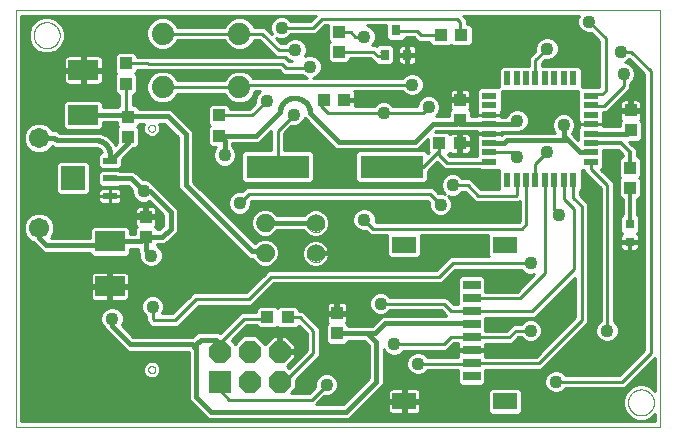
<source format=gtl>
G75*
%MOIN*%
%OFA0B0*%
%FSLAX25Y25*%
%IPPOS*%
%LPD*%
%AMOC8*
5,1,8,0,0,1.08239X$1,22.5*
%
%ADD10C,0.00000*%
%ADD11R,0.03937X0.04331*%
%ADD12R,0.03150X0.03543*%
%ADD13R,0.04331X0.03937*%
%ADD14R,0.05000X0.02200*%
%ADD15R,0.02200X0.05000*%
%ADD16R,0.07400X0.07400*%
%ADD17OC8,0.07400*%
%ADD18C,0.07400*%
%ADD19C,0.05900*%
%ADD20R,0.04724X0.02283*%
%ADD21R,0.07874X0.07874*%
%ADD22R,0.09843X0.06693*%
%ADD23C,0.06731*%
%ADD24R,0.21000X0.07600*%
%ADD25R,0.07874X0.05709*%
%ADD26R,0.05906X0.03150*%
%ADD27R,0.03150X0.03150*%
%ADD28C,0.01000*%
%ADD29C,0.01600*%
%ADD30C,0.04362*%
%ADD31C,0.01200*%
D10*
X0021500Y0016500D02*
X0021500Y0155201D01*
X0236067Y0155201D01*
X0236067Y0016500D01*
X0021500Y0016500D01*
X0065551Y0035461D02*
X0065553Y0035530D01*
X0065559Y0035598D01*
X0065569Y0035666D01*
X0065583Y0035733D01*
X0065601Y0035800D01*
X0065622Y0035865D01*
X0065648Y0035929D01*
X0065677Y0035991D01*
X0065709Y0036051D01*
X0065745Y0036110D01*
X0065785Y0036166D01*
X0065827Y0036220D01*
X0065873Y0036271D01*
X0065922Y0036320D01*
X0065973Y0036366D01*
X0066027Y0036408D01*
X0066083Y0036448D01*
X0066141Y0036484D01*
X0066202Y0036516D01*
X0066264Y0036545D01*
X0066328Y0036571D01*
X0066393Y0036592D01*
X0066460Y0036610D01*
X0066527Y0036624D01*
X0066595Y0036634D01*
X0066663Y0036640D01*
X0066732Y0036642D01*
X0066801Y0036640D01*
X0066869Y0036634D01*
X0066937Y0036624D01*
X0067004Y0036610D01*
X0067071Y0036592D01*
X0067136Y0036571D01*
X0067200Y0036545D01*
X0067262Y0036516D01*
X0067322Y0036484D01*
X0067381Y0036448D01*
X0067437Y0036408D01*
X0067491Y0036366D01*
X0067542Y0036320D01*
X0067591Y0036271D01*
X0067637Y0036220D01*
X0067679Y0036166D01*
X0067719Y0036110D01*
X0067755Y0036051D01*
X0067787Y0035991D01*
X0067816Y0035929D01*
X0067842Y0035865D01*
X0067863Y0035800D01*
X0067881Y0035733D01*
X0067895Y0035666D01*
X0067905Y0035598D01*
X0067911Y0035530D01*
X0067913Y0035461D01*
X0067911Y0035392D01*
X0067905Y0035324D01*
X0067895Y0035256D01*
X0067881Y0035189D01*
X0067863Y0035122D01*
X0067842Y0035057D01*
X0067816Y0034993D01*
X0067787Y0034931D01*
X0067755Y0034870D01*
X0067719Y0034812D01*
X0067679Y0034756D01*
X0067637Y0034702D01*
X0067591Y0034651D01*
X0067542Y0034602D01*
X0067491Y0034556D01*
X0067437Y0034514D01*
X0067381Y0034474D01*
X0067323Y0034438D01*
X0067262Y0034406D01*
X0067200Y0034377D01*
X0067136Y0034351D01*
X0067071Y0034330D01*
X0067004Y0034312D01*
X0066937Y0034298D01*
X0066869Y0034288D01*
X0066801Y0034282D01*
X0066732Y0034280D01*
X0066663Y0034282D01*
X0066595Y0034288D01*
X0066527Y0034298D01*
X0066460Y0034312D01*
X0066393Y0034330D01*
X0066328Y0034351D01*
X0066264Y0034377D01*
X0066202Y0034406D01*
X0066141Y0034438D01*
X0066083Y0034474D01*
X0066027Y0034514D01*
X0065973Y0034556D01*
X0065922Y0034602D01*
X0065873Y0034651D01*
X0065827Y0034702D01*
X0065785Y0034756D01*
X0065745Y0034812D01*
X0065709Y0034870D01*
X0065677Y0034931D01*
X0065648Y0034993D01*
X0065622Y0035057D01*
X0065601Y0035122D01*
X0065583Y0035189D01*
X0065569Y0035256D01*
X0065559Y0035324D01*
X0065553Y0035392D01*
X0065551Y0035461D01*
X0101600Y0074500D02*
X0101602Y0074607D01*
X0101608Y0074714D01*
X0101618Y0074821D01*
X0101632Y0074927D01*
X0101649Y0075033D01*
X0101671Y0075138D01*
X0101697Y0075242D01*
X0101726Y0075345D01*
X0101759Y0075447D01*
X0101796Y0075548D01*
X0101836Y0075647D01*
X0101881Y0075744D01*
X0101928Y0075840D01*
X0101980Y0075935D01*
X0102034Y0076027D01*
X0102092Y0076117D01*
X0102154Y0076205D01*
X0102218Y0076290D01*
X0102286Y0076373D01*
X0102357Y0076454D01*
X0102431Y0076532D01*
X0102507Y0076607D01*
X0102586Y0076679D01*
X0102668Y0076748D01*
X0102752Y0076814D01*
X0102839Y0076877D01*
X0102928Y0076937D01*
X0103019Y0076993D01*
X0103112Y0077046D01*
X0103207Y0077096D01*
X0103304Y0077142D01*
X0103403Y0077184D01*
X0103503Y0077223D01*
X0103604Y0077258D01*
X0103706Y0077289D01*
X0103810Y0077317D01*
X0103915Y0077340D01*
X0104020Y0077360D01*
X0104126Y0077376D01*
X0104232Y0077388D01*
X0104339Y0077396D01*
X0104446Y0077400D01*
X0104554Y0077400D01*
X0104661Y0077396D01*
X0104768Y0077388D01*
X0104874Y0077376D01*
X0104980Y0077360D01*
X0105085Y0077340D01*
X0105190Y0077317D01*
X0105294Y0077289D01*
X0105396Y0077258D01*
X0105497Y0077223D01*
X0105597Y0077184D01*
X0105696Y0077142D01*
X0105793Y0077096D01*
X0105888Y0077046D01*
X0105981Y0076993D01*
X0106072Y0076937D01*
X0106161Y0076877D01*
X0106248Y0076814D01*
X0106332Y0076748D01*
X0106414Y0076679D01*
X0106493Y0076607D01*
X0106569Y0076532D01*
X0106643Y0076454D01*
X0106714Y0076373D01*
X0106782Y0076290D01*
X0106846Y0076205D01*
X0106908Y0076117D01*
X0106966Y0076027D01*
X0107020Y0075935D01*
X0107072Y0075840D01*
X0107119Y0075744D01*
X0107164Y0075647D01*
X0107204Y0075548D01*
X0107241Y0075447D01*
X0107274Y0075345D01*
X0107303Y0075242D01*
X0107329Y0075138D01*
X0107351Y0075033D01*
X0107368Y0074927D01*
X0107382Y0074821D01*
X0107392Y0074714D01*
X0107398Y0074607D01*
X0107400Y0074500D01*
X0107398Y0074393D01*
X0107392Y0074286D01*
X0107382Y0074179D01*
X0107368Y0074073D01*
X0107351Y0073967D01*
X0107329Y0073862D01*
X0107303Y0073758D01*
X0107274Y0073655D01*
X0107241Y0073553D01*
X0107204Y0073452D01*
X0107164Y0073353D01*
X0107119Y0073256D01*
X0107072Y0073160D01*
X0107020Y0073065D01*
X0106966Y0072973D01*
X0106908Y0072883D01*
X0106846Y0072795D01*
X0106782Y0072710D01*
X0106714Y0072627D01*
X0106643Y0072546D01*
X0106569Y0072468D01*
X0106493Y0072393D01*
X0106414Y0072321D01*
X0106332Y0072252D01*
X0106248Y0072186D01*
X0106161Y0072123D01*
X0106072Y0072063D01*
X0105981Y0072007D01*
X0105888Y0071954D01*
X0105793Y0071904D01*
X0105696Y0071858D01*
X0105597Y0071816D01*
X0105497Y0071777D01*
X0105396Y0071742D01*
X0105294Y0071711D01*
X0105190Y0071683D01*
X0105085Y0071660D01*
X0104980Y0071640D01*
X0104874Y0071624D01*
X0104768Y0071612D01*
X0104661Y0071604D01*
X0104554Y0071600D01*
X0104446Y0071600D01*
X0104339Y0071604D01*
X0104232Y0071612D01*
X0104126Y0071624D01*
X0104020Y0071640D01*
X0103915Y0071660D01*
X0103810Y0071683D01*
X0103706Y0071711D01*
X0103604Y0071742D01*
X0103503Y0071777D01*
X0103403Y0071816D01*
X0103304Y0071858D01*
X0103207Y0071904D01*
X0103112Y0071954D01*
X0103019Y0072007D01*
X0102928Y0072063D01*
X0102839Y0072123D01*
X0102752Y0072186D01*
X0102668Y0072252D01*
X0102586Y0072321D01*
X0102507Y0072393D01*
X0102431Y0072468D01*
X0102357Y0072546D01*
X0102286Y0072627D01*
X0102218Y0072710D01*
X0102154Y0072795D01*
X0102092Y0072883D01*
X0102034Y0072973D01*
X0101980Y0073065D01*
X0101928Y0073160D01*
X0101881Y0073256D01*
X0101836Y0073353D01*
X0101796Y0073452D01*
X0101759Y0073553D01*
X0101726Y0073655D01*
X0101697Y0073758D01*
X0101671Y0073862D01*
X0101649Y0073967D01*
X0101632Y0074073D01*
X0101618Y0074179D01*
X0101608Y0074286D01*
X0101602Y0074393D01*
X0101600Y0074500D01*
X0101600Y0084500D02*
X0101602Y0084607D01*
X0101608Y0084714D01*
X0101618Y0084821D01*
X0101632Y0084927D01*
X0101649Y0085033D01*
X0101671Y0085138D01*
X0101697Y0085242D01*
X0101726Y0085345D01*
X0101759Y0085447D01*
X0101796Y0085548D01*
X0101836Y0085647D01*
X0101881Y0085744D01*
X0101928Y0085840D01*
X0101980Y0085935D01*
X0102034Y0086027D01*
X0102092Y0086117D01*
X0102154Y0086205D01*
X0102218Y0086290D01*
X0102286Y0086373D01*
X0102357Y0086454D01*
X0102431Y0086532D01*
X0102507Y0086607D01*
X0102586Y0086679D01*
X0102668Y0086748D01*
X0102752Y0086814D01*
X0102839Y0086877D01*
X0102928Y0086937D01*
X0103019Y0086993D01*
X0103112Y0087046D01*
X0103207Y0087096D01*
X0103304Y0087142D01*
X0103403Y0087184D01*
X0103503Y0087223D01*
X0103604Y0087258D01*
X0103706Y0087289D01*
X0103810Y0087317D01*
X0103915Y0087340D01*
X0104020Y0087360D01*
X0104126Y0087376D01*
X0104232Y0087388D01*
X0104339Y0087396D01*
X0104446Y0087400D01*
X0104554Y0087400D01*
X0104661Y0087396D01*
X0104768Y0087388D01*
X0104874Y0087376D01*
X0104980Y0087360D01*
X0105085Y0087340D01*
X0105190Y0087317D01*
X0105294Y0087289D01*
X0105396Y0087258D01*
X0105497Y0087223D01*
X0105597Y0087184D01*
X0105696Y0087142D01*
X0105793Y0087096D01*
X0105888Y0087046D01*
X0105981Y0086993D01*
X0106072Y0086937D01*
X0106161Y0086877D01*
X0106248Y0086814D01*
X0106332Y0086748D01*
X0106414Y0086679D01*
X0106493Y0086607D01*
X0106569Y0086532D01*
X0106643Y0086454D01*
X0106714Y0086373D01*
X0106782Y0086290D01*
X0106846Y0086205D01*
X0106908Y0086117D01*
X0106966Y0086027D01*
X0107020Y0085935D01*
X0107072Y0085840D01*
X0107119Y0085744D01*
X0107164Y0085647D01*
X0107204Y0085548D01*
X0107241Y0085447D01*
X0107274Y0085345D01*
X0107303Y0085242D01*
X0107329Y0085138D01*
X0107351Y0085033D01*
X0107368Y0084927D01*
X0107382Y0084821D01*
X0107392Y0084714D01*
X0107398Y0084607D01*
X0107400Y0084500D01*
X0107398Y0084393D01*
X0107392Y0084286D01*
X0107382Y0084179D01*
X0107368Y0084073D01*
X0107351Y0083967D01*
X0107329Y0083862D01*
X0107303Y0083758D01*
X0107274Y0083655D01*
X0107241Y0083553D01*
X0107204Y0083452D01*
X0107164Y0083353D01*
X0107119Y0083256D01*
X0107072Y0083160D01*
X0107020Y0083065D01*
X0106966Y0082973D01*
X0106908Y0082883D01*
X0106846Y0082795D01*
X0106782Y0082710D01*
X0106714Y0082627D01*
X0106643Y0082546D01*
X0106569Y0082468D01*
X0106493Y0082393D01*
X0106414Y0082321D01*
X0106332Y0082252D01*
X0106248Y0082186D01*
X0106161Y0082123D01*
X0106072Y0082063D01*
X0105981Y0082007D01*
X0105888Y0081954D01*
X0105793Y0081904D01*
X0105696Y0081858D01*
X0105597Y0081816D01*
X0105497Y0081777D01*
X0105396Y0081742D01*
X0105294Y0081711D01*
X0105190Y0081683D01*
X0105085Y0081660D01*
X0104980Y0081640D01*
X0104874Y0081624D01*
X0104768Y0081612D01*
X0104661Y0081604D01*
X0104554Y0081600D01*
X0104446Y0081600D01*
X0104339Y0081604D01*
X0104232Y0081612D01*
X0104126Y0081624D01*
X0104020Y0081640D01*
X0103915Y0081660D01*
X0103810Y0081683D01*
X0103706Y0081711D01*
X0103604Y0081742D01*
X0103503Y0081777D01*
X0103403Y0081816D01*
X0103304Y0081858D01*
X0103207Y0081904D01*
X0103112Y0081954D01*
X0103019Y0082007D01*
X0102928Y0082063D01*
X0102839Y0082123D01*
X0102752Y0082186D01*
X0102668Y0082252D01*
X0102586Y0082321D01*
X0102507Y0082393D01*
X0102431Y0082468D01*
X0102357Y0082546D01*
X0102286Y0082627D01*
X0102218Y0082710D01*
X0102154Y0082795D01*
X0102092Y0082883D01*
X0102034Y0082973D01*
X0101980Y0083065D01*
X0101928Y0083160D01*
X0101881Y0083256D01*
X0101836Y0083353D01*
X0101796Y0083452D01*
X0101759Y0083553D01*
X0101726Y0083655D01*
X0101697Y0083758D01*
X0101671Y0083862D01*
X0101649Y0083967D01*
X0101632Y0084073D01*
X0101618Y0084179D01*
X0101608Y0084286D01*
X0101602Y0084393D01*
X0101600Y0084500D01*
X0118403Y0084240D02*
X0118405Y0084347D01*
X0118411Y0084454D01*
X0118421Y0084561D01*
X0118435Y0084667D01*
X0118452Y0084773D01*
X0118474Y0084878D01*
X0118500Y0084982D01*
X0118529Y0085085D01*
X0118562Y0085187D01*
X0118599Y0085288D01*
X0118639Y0085387D01*
X0118684Y0085484D01*
X0118731Y0085580D01*
X0118783Y0085675D01*
X0118837Y0085767D01*
X0118895Y0085857D01*
X0118957Y0085945D01*
X0119021Y0086030D01*
X0119089Y0086113D01*
X0119160Y0086194D01*
X0119234Y0086272D01*
X0119310Y0086347D01*
X0119389Y0086419D01*
X0119471Y0086488D01*
X0119555Y0086554D01*
X0119642Y0086617D01*
X0119731Y0086677D01*
X0119822Y0086733D01*
X0119915Y0086786D01*
X0120010Y0086836D01*
X0120107Y0086882D01*
X0120206Y0086924D01*
X0120306Y0086963D01*
X0120407Y0086998D01*
X0120509Y0087029D01*
X0120613Y0087057D01*
X0120718Y0087080D01*
X0120823Y0087100D01*
X0120929Y0087116D01*
X0121035Y0087128D01*
X0121142Y0087136D01*
X0121249Y0087140D01*
X0121357Y0087140D01*
X0121464Y0087136D01*
X0121571Y0087128D01*
X0121677Y0087116D01*
X0121783Y0087100D01*
X0121888Y0087080D01*
X0121993Y0087057D01*
X0122097Y0087029D01*
X0122199Y0086998D01*
X0122300Y0086963D01*
X0122400Y0086924D01*
X0122499Y0086882D01*
X0122596Y0086836D01*
X0122691Y0086786D01*
X0122784Y0086733D01*
X0122875Y0086677D01*
X0122964Y0086617D01*
X0123051Y0086554D01*
X0123135Y0086488D01*
X0123217Y0086419D01*
X0123296Y0086347D01*
X0123372Y0086272D01*
X0123446Y0086194D01*
X0123517Y0086113D01*
X0123585Y0086030D01*
X0123649Y0085945D01*
X0123711Y0085857D01*
X0123769Y0085767D01*
X0123823Y0085675D01*
X0123875Y0085580D01*
X0123922Y0085484D01*
X0123967Y0085387D01*
X0124007Y0085288D01*
X0124044Y0085187D01*
X0124077Y0085085D01*
X0124106Y0084982D01*
X0124132Y0084878D01*
X0124154Y0084773D01*
X0124171Y0084667D01*
X0124185Y0084561D01*
X0124195Y0084454D01*
X0124201Y0084347D01*
X0124203Y0084240D01*
X0124201Y0084133D01*
X0124195Y0084026D01*
X0124185Y0083919D01*
X0124171Y0083813D01*
X0124154Y0083707D01*
X0124132Y0083602D01*
X0124106Y0083498D01*
X0124077Y0083395D01*
X0124044Y0083293D01*
X0124007Y0083192D01*
X0123967Y0083093D01*
X0123922Y0082996D01*
X0123875Y0082900D01*
X0123823Y0082805D01*
X0123769Y0082713D01*
X0123711Y0082623D01*
X0123649Y0082535D01*
X0123585Y0082450D01*
X0123517Y0082367D01*
X0123446Y0082286D01*
X0123372Y0082208D01*
X0123296Y0082133D01*
X0123217Y0082061D01*
X0123135Y0081992D01*
X0123051Y0081926D01*
X0122964Y0081863D01*
X0122875Y0081803D01*
X0122784Y0081747D01*
X0122691Y0081694D01*
X0122596Y0081644D01*
X0122499Y0081598D01*
X0122400Y0081556D01*
X0122300Y0081517D01*
X0122199Y0081482D01*
X0122097Y0081451D01*
X0121993Y0081423D01*
X0121888Y0081400D01*
X0121783Y0081380D01*
X0121677Y0081364D01*
X0121571Y0081352D01*
X0121464Y0081344D01*
X0121357Y0081340D01*
X0121249Y0081340D01*
X0121142Y0081344D01*
X0121035Y0081352D01*
X0120929Y0081364D01*
X0120823Y0081380D01*
X0120718Y0081400D01*
X0120613Y0081423D01*
X0120509Y0081451D01*
X0120407Y0081482D01*
X0120306Y0081517D01*
X0120206Y0081556D01*
X0120107Y0081598D01*
X0120010Y0081644D01*
X0119915Y0081694D01*
X0119822Y0081747D01*
X0119731Y0081803D01*
X0119642Y0081863D01*
X0119555Y0081926D01*
X0119471Y0081992D01*
X0119389Y0082061D01*
X0119310Y0082133D01*
X0119234Y0082208D01*
X0119160Y0082286D01*
X0119089Y0082367D01*
X0119021Y0082450D01*
X0118957Y0082535D01*
X0118895Y0082623D01*
X0118837Y0082713D01*
X0118783Y0082805D01*
X0118731Y0082900D01*
X0118684Y0082996D01*
X0118639Y0083093D01*
X0118599Y0083192D01*
X0118562Y0083293D01*
X0118529Y0083395D01*
X0118500Y0083498D01*
X0118474Y0083602D01*
X0118452Y0083707D01*
X0118435Y0083813D01*
X0118421Y0083919D01*
X0118411Y0084026D01*
X0118405Y0084133D01*
X0118403Y0084240D01*
X0118403Y0074240D02*
X0118405Y0074347D01*
X0118411Y0074454D01*
X0118421Y0074561D01*
X0118435Y0074667D01*
X0118452Y0074773D01*
X0118474Y0074878D01*
X0118500Y0074982D01*
X0118529Y0075085D01*
X0118562Y0075187D01*
X0118599Y0075288D01*
X0118639Y0075387D01*
X0118684Y0075484D01*
X0118731Y0075580D01*
X0118783Y0075675D01*
X0118837Y0075767D01*
X0118895Y0075857D01*
X0118957Y0075945D01*
X0119021Y0076030D01*
X0119089Y0076113D01*
X0119160Y0076194D01*
X0119234Y0076272D01*
X0119310Y0076347D01*
X0119389Y0076419D01*
X0119471Y0076488D01*
X0119555Y0076554D01*
X0119642Y0076617D01*
X0119731Y0076677D01*
X0119822Y0076733D01*
X0119915Y0076786D01*
X0120010Y0076836D01*
X0120107Y0076882D01*
X0120206Y0076924D01*
X0120306Y0076963D01*
X0120407Y0076998D01*
X0120509Y0077029D01*
X0120613Y0077057D01*
X0120718Y0077080D01*
X0120823Y0077100D01*
X0120929Y0077116D01*
X0121035Y0077128D01*
X0121142Y0077136D01*
X0121249Y0077140D01*
X0121357Y0077140D01*
X0121464Y0077136D01*
X0121571Y0077128D01*
X0121677Y0077116D01*
X0121783Y0077100D01*
X0121888Y0077080D01*
X0121993Y0077057D01*
X0122097Y0077029D01*
X0122199Y0076998D01*
X0122300Y0076963D01*
X0122400Y0076924D01*
X0122499Y0076882D01*
X0122596Y0076836D01*
X0122691Y0076786D01*
X0122784Y0076733D01*
X0122875Y0076677D01*
X0122964Y0076617D01*
X0123051Y0076554D01*
X0123135Y0076488D01*
X0123217Y0076419D01*
X0123296Y0076347D01*
X0123372Y0076272D01*
X0123446Y0076194D01*
X0123517Y0076113D01*
X0123585Y0076030D01*
X0123649Y0075945D01*
X0123711Y0075857D01*
X0123769Y0075767D01*
X0123823Y0075675D01*
X0123875Y0075580D01*
X0123922Y0075484D01*
X0123967Y0075387D01*
X0124007Y0075288D01*
X0124044Y0075187D01*
X0124077Y0075085D01*
X0124106Y0074982D01*
X0124132Y0074878D01*
X0124154Y0074773D01*
X0124171Y0074667D01*
X0124185Y0074561D01*
X0124195Y0074454D01*
X0124201Y0074347D01*
X0124203Y0074240D01*
X0124201Y0074133D01*
X0124195Y0074026D01*
X0124185Y0073919D01*
X0124171Y0073813D01*
X0124154Y0073707D01*
X0124132Y0073602D01*
X0124106Y0073498D01*
X0124077Y0073395D01*
X0124044Y0073293D01*
X0124007Y0073192D01*
X0123967Y0073093D01*
X0123922Y0072996D01*
X0123875Y0072900D01*
X0123823Y0072805D01*
X0123769Y0072713D01*
X0123711Y0072623D01*
X0123649Y0072535D01*
X0123585Y0072450D01*
X0123517Y0072367D01*
X0123446Y0072286D01*
X0123372Y0072208D01*
X0123296Y0072133D01*
X0123217Y0072061D01*
X0123135Y0071992D01*
X0123051Y0071926D01*
X0122964Y0071863D01*
X0122875Y0071803D01*
X0122784Y0071747D01*
X0122691Y0071694D01*
X0122596Y0071644D01*
X0122499Y0071598D01*
X0122400Y0071556D01*
X0122300Y0071517D01*
X0122199Y0071482D01*
X0122097Y0071451D01*
X0121993Y0071423D01*
X0121888Y0071400D01*
X0121783Y0071380D01*
X0121677Y0071364D01*
X0121571Y0071352D01*
X0121464Y0071344D01*
X0121357Y0071340D01*
X0121249Y0071340D01*
X0121142Y0071344D01*
X0121035Y0071352D01*
X0120929Y0071364D01*
X0120823Y0071380D01*
X0120718Y0071400D01*
X0120613Y0071423D01*
X0120509Y0071451D01*
X0120407Y0071482D01*
X0120306Y0071517D01*
X0120206Y0071556D01*
X0120107Y0071598D01*
X0120010Y0071644D01*
X0119915Y0071694D01*
X0119822Y0071747D01*
X0119731Y0071803D01*
X0119642Y0071863D01*
X0119555Y0071926D01*
X0119471Y0071992D01*
X0119389Y0072061D01*
X0119310Y0072133D01*
X0119234Y0072208D01*
X0119160Y0072286D01*
X0119089Y0072367D01*
X0119021Y0072450D01*
X0118957Y0072535D01*
X0118895Y0072623D01*
X0118837Y0072713D01*
X0118783Y0072805D01*
X0118731Y0072900D01*
X0118684Y0072996D01*
X0118639Y0073093D01*
X0118599Y0073192D01*
X0118562Y0073293D01*
X0118529Y0073395D01*
X0118500Y0073498D01*
X0118474Y0073602D01*
X0118452Y0073707D01*
X0118435Y0073813D01*
X0118421Y0073919D01*
X0118411Y0074026D01*
X0118405Y0074133D01*
X0118403Y0074240D01*
X0065551Y0115972D02*
X0065553Y0116041D01*
X0065559Y0116109D01*
X0065569Y0116177D01*
X0065583Y0116244D01*
X0065601Y0116311D01*
X0065622Y0116376D01*
X0065648Y0116440D01*
X0065677Y0116502D01*
X0065709Y0116562D01*
X0065745Y0116621D01*
X0065785Y0116677D01*
X0065827Y0116731D01*
X0065873Y0116782D01*
X0065922Y0116831D01*
X0065973Y0116877D01*
X0066027Y0116919D01*
X0066083Y0116959D01*
X0066141Y0116995D01*
X0066202Y0117027D01*
X0066264Y0117056D01*
X0066328Y0117082D01*
X0066393Y0117103D01*
X0066460Y0117121D01*
X0066527Y0117135D01*
X0066595Y0117145D01*
X0066663Y0117151D01*
X0066732Y0117153D01*
X0066801Y0117151D01*
X0066869Y0117145D01*
X0066937Y0117135D01*
X0067004Y0117121D01*
X0067071Y0117103D01*
X0067136Y0117082D01*
X0067200Y0117056D01*
X0067262Y0117027D01*
X0067322Y0116995D01*
X0067381Y0116959D01*
X0067437Y0116919D01*
X0067491Y0116877D01*
X0067542Y0116831D01*
X0067591Y0116782D01*
X0067637Y0116731D01*
X0067679Y0116677D01*
X0067719Y0116621D01*
X0067755Y0116562D01*
X0067787Y0116502D01*
X0067816Y0116440D01*
X0067842Y0116376D01*
X0067863Y0116311D01*
X0067881Y0116244D01*
X0067895Y0116177D01*
X0067905Y0116109D01*
X0067911Y0116041D01*
X0067913Y0115972D01*
X0067911Y0115903D01*
X0067905Y0115835D01*
X0067895Y0115767D01*
X0067881Y0115700D01*
X0067863Y0115633D01*
X0067842Y0115568D01*
X0067816Y0115504D01*
X0067787Y0115442D01*
X0067755Y0115381D01*
X0067719Y0115323D01*
X0067679Y0115267D01*
X0067637Y0115213D01*
X0067591Y0115162D01*
X0067542Y0115113D01*
X0067491Y0115067D01*
X0067437Y0115025D01*
X0067381Y0114985D01*
X0067323Y0114949D01*
X0067262Y0114917D01*
X0067200Y0114888D01*
X0067136Y0114862D01*
X0067071Y0114841D01*
X0067004Y0114823D01*
X0066937Y0114809D01*
X0066869Y0114799D01*
X0066801Y0114793D01*
X0066732Y0114791D01*
X0066663Y0114793D01*
X0066595Y0114799D01*
X0066527Y0114809D01*
X0066460Y0114823D01*
X0066393Y0114841D01*
X0066328Y0114862D01*
X0066264Y0114888D01*
X0066202Y0114917D01*
X0066141Y0114949D01*
X0066083Y0114985D01*
X0066027Y0115025D01*
X0065973Y0115067D01*
X0065922Y0115113D01*
X0065873Y0115162D01*
X0065827Y0115213D01*
X0065785Y0115267D01*
X0065745Y0115323D01*
X0065709Y0115381D01*
X0065677Y0115442D01*
X0065648Y0115504D01*
X0065622Y0115568D01*
X0065601Y0115633D01*
X0065583Y0115700D01*
X0065569Y0115767D01*
X0065559Y0115835D01*
X0065553Y0115903D01*
X0065551Y0115972D01*
X0027366Y0146957D02*
X0027368Y0147088D01*
X0027374Y0147220D01*
X0027384Y0147351D01*
X0027398Y0147482D01*
X0027416Y0147612D01*
X0027438Y0147741D01*
X0027463Y0147870D01*
X0027493Y0147998D01*
X0027527Y0148125D01*
X0027564Y0148252D01*
X0027605Y0148376D01*
X0027650Y0148500D01*
X0027699Y0148622D01*
X0027751Y0148743D01*
X0027807Y0148861D01*
X0027867Y0148979D01*
X0027930Y0149094D01*
X0027997Y0149207D01*
X0028067Y0149319D01*
X0028140Y0149428D01*
X0028216Y0149534D01*
X0028296Y0149639D01*
X0028379Y0149741D01*
X0028465Y0149840D01*
X0028554Y0149937D01*
X0028646Y0150031D01*
X0028741Y0150122D01*
X0028838Y0150211D01*
X0028938Y0150296D01*
X0029041Y0150378D01*
X0029146Y0150457D01*
X0029253Y0150533D01*
X0029363Y0150605D01*
X0029475Y0150674D01*
X0029589Y0150740D01*
X0029704Y0150802D01*
X0029822Y0150861D01*
X0029941Y0150916D01*
X0030062Y0150968D01*
X0030185Y0151015D01*
X0030309Y0151059D01*
X0030434Y0151100D01*
X0030560Y0151136D01*
X0030688Y0151169D01*
X0030816Y0151197D01*
X0030945Y0151222D01*
X0031075Y0151243D01*
X0031205Y0151260D01*
X0031336Y0151273D01*
X0031467Y0151282D01*
X0031598Y0151287D01*
X0031730Y0151288D01*
X0031861Y0151285D01*
X0031993Y0151278D01*
X0032124Y0151267D01*
X0032254Y0151252D01*
X0032384Y0151233D01*
X0032514Y0151210D01*
X0032642Y0151184D01*
X0032770Y0151153D01*
X0032897Y0151118D01*
X0033023Y0151080D01*
X0033147Y0151038D01*
X0033271Y0150992D01*
X0033392Y0150942D01*
X0033512Y0150889D01*
X0033631Y0150832D01*
X0033748Y0150772D01*
X0033862Y0150708D01*
X0033975Y0150640D01*
X0034086Y0150569D01*
X0034195Y0150495D01*
X0034301Y0150418D01*
X0034405Y0150337D01*
X0034506Y0150254D01*
X0034605Y0150167D01*
X0034701Y0150077D01*
X0034794Y0149984D01*
X0034885Y0149889D01*
X0034972Y0149791D01*
X0035057Y0149690D01*
X0035138Y0149587D01*
X0035216Y0149481D01*
X0035291Y0149373D01*
X0035363Y0149263D01*
X0035431Y0149151D01*
X0035496Y0149037D01*
X0035557Y0148920D01*
X0035615Y0148802D01*
X0035669Y0148682D01*
X0035720Y0148561D01*
X0035767Y0148438D01*
X0035810Y0148314D01*
X0035849Y0148189D01*
X0035885Y0148062D01*
X0035916Y0147934D01*
X0035944Y0147806D01*
X0035968Y0147677D01*
X0035988Y0147547D01*
X0036004Y0147416D01*
X0036016Y0147285D01*
X0036024Y0147154D01*
X0036028Y0147023D01*
X0036028Y0146891D01*
X0036024Y0146760D01*
X0036016Y0146629D01*
X0036004Y0146498D01*
X0035988Y0146367D01*
X0035968Y0146237D01*
X0035944Y0146108D01*
X0035916Y0145980D01*
X0035885Y0145852D01*
X0035849Y0145725D01*
X0035810Y0145600D01*
X0035767Y0145476D01*
X0035720Y0145353D01*
X0035669Y0145232D01*
X0035615Y0145112D01*
X0035557Y0144994D01*
X0035496Y0144877D01*
X0035431Y0144763D01*
X0035363Y0144651D01*
X0035291Y0144541D01*
X0035216Y0144433D01*
X0035138Y0144327D01*
X0035057Y0144224D01*
X0034972Y0144123D01*
X0034885Y0144025D01*
X0034794Y0143930D01*
X0034701Y0143837D01*
X0034605Y0143747D01*
X0034506Y0143660D01*
X0034405Y0143577D01*
X0034301Y0143496D01*
X0034195Y0143419D01*
X0034086Y0143345D01*
X0033975Y0143274D01*
X0033863Y0143206D01*
X0033748Y0143142D01*
X0033631Y0143082D01*
X0033512Y0143025D01*
X0033392Y0142972D01*
X0033271Y0142922D01*
X0033147Y0142876D01*
X0033023Y0142834D01*
X0032897Y0142796D01*
X0032770Y0142761D01*
X0032642Y0142730D01*
X0032514Y0142704D01*
X0032384Y0142681D01*
X0032254Y0142662D01*
X0032124Y0142647D01*
X0031993Y0142636D01*
X0031861Y0142629D01*
X0031730Y0142626D01*
X0031598Y0142627D01*
X0031467Y0142632D01*
X0031336Y0142641D01*
X0031205Y0142654D01*
X0031075Y0142671D01*
X0030945Y0142692D01*
X0030816Y0142717D01*
X0030688Y0142745D01*
X0030560Y0142778D01*
X0030434Y0142814D01*
X0030309Y0142855D01*
X0030185Y0142899D01*
X0030062Y0142946D01*
X0029941Y0142998D01*
X0029822Y0143053D01*
X0029704Y0143112D01*
X0029589Y0143174D01*
X0029475Y0143240D01*
X0029363Y0143309D01*
X0029253Y0143381D01*
X0029146Y0143457D01*
X0029041Y0143536D01*
X0028938Y0143618D01*
X0028838Y0143703D01*
X0028741Y0143792D01*
X0028646Y0143883D01*
X0028554Y0143977D01*
X0028465Y0144074D01*
X0028379Y0144173D01*
X0028296Y0144275D01*
X0028216Y0144380D01*
X0028140Y0144486D01*
X0028067Y0144595D01*
X0027997Y0144707D01*
X0027930Y0144820D01*
X0027867Y0144935D01*
X0027807Y0145053D01*
X0027751Y0145171D01*
X0027699Y0145292D01*
X0027650Y0145414D01*
X0027605Y0145538D01*
X0027564Y0145662D01*
X0027527Y0145789D01*
X0027493Y0145916D01*
X0027463Y0146044D01*
X0027438Y0146173D01*
X0027416Y0146302D01*
X0027398Y0146432D01*
X0027384Y0146563D01*
X0027374Y0146694D01*
X0027368Y0146826D01*
X0027366Y0146957D01*
X0225468Y0024559D02*
X0225470Y0024690D01*
X0225476Y0024822D01*
X0225486Y0024953D01*
X0225500Y0025084D01*
X0225518Y0025214D01*
X0225540Y0025343D01*
X0225565Y0025472D01*
X0225595Y0025600D01*
X0225629Y0025727D01*
X0225666Y0025854D01*
X0225707Y0025978D01*
X0225752Y0026102D01*
X0225801Y0026224D01*
X0225853Y0026345D01*
X0225909Y0026463D01*
X0225969Y0026581D01*
X0226032Y0026696D01*
X0226099Y0026809D01*
X0226169Y0026921D01*
X0226242Y0027030D01*
X0226318Y0027136D01*
X0226398Y0027241D01*
X0226481Y0027343D01*
X0226567Y0027442D01*
X0226656Y0027539D01*
X0226748Y0027633D01*
X0226843Y0027724D01*
X0226940Y0027813D01*
X0227040Y0027898D01*
X0227143Y0027980D01*
X0227248Y0028059D01*
X0227355Y0028135D01*
X0227465Y0028207D01*
X0227577Y0028276D01*
X0227691Y0028342D01*
X0227806Y0028404D01*
X0227924Y0028463D01*
X0228043Y0028518D01*
X0228164Y0028570D01*
X0228287Y0028617D01*
X0228411Y0028661D01*
X0228536Y0028702D01*
X0228662Y0028738D01*
X0228790Y0028771D01*
X0228918Y0028799D01*
X0229047Y0028824D01*
X0229177Y0028845D01*
X0229307Y0028862D01*
X0229438Y0028875D01*
X0229569Y0028884D01*
X0229700Y0028889D01*
X0229832Y0028890D01*
X0229963Y0028887D01*
X0230095Y0028880D01*
X0230226Y0028869D01*
X0230356Y0028854D01*
X0230486Y0028835D01*
X0230616Y0028812D01*
X0230744Y0028786D01*
X0230872Y0028755D01*
X0230999Y0028720D01*
X0231125Y0028682D01*
X0231249Y0028640D01*
X0231373Y0028594D01*
X0231494Y0028544D01*
X0231614Y0028491D01*
X0231733Y0028434D01*
X0231850Y0028374D01*
X0231964Y0028310D01*
X0232077Y0028242D01*
X0232188Y0028171D01*
X0232297Y0028097D01*
X0232403Y0028020D01*
X0232507Y0027939D01*
X0232608Y0027856D01*
X0232707Y0027769D01*
X0232803Y0027679D01*
X0232896Y0027586D01*
X0232987Y0027491D01*
X0233074Y0027393D01*
X0233159Y0027292D01*
X0233240Y0027189D01*
X0233318Y0027083D01*
X0233393Y0026975D01*
X0233465Y0026865D01*
X0233533Y0026753D01*
X0233598Y0026639D01*
X0233659Y0026522D01*
X0233717Y0026404D01*
X0233771Y0026284D01*
X0233822Y0026163D01*
X0233869Y0026040D01*
X0233912Y0025916D01*
X0233951Y0025791D01*
X0233987Y0025664D01*
X0234018Y0025536D01*
X0234046Y0025408D01*
X0234070Y0025279D01*
X0234090Y0025149D01*
X0234106Y0025018D01*
X0234118Y0024887D01*
X0234126Y0024756D01*
X0234130Y0024625D01*
X0234130Y0024493D01*
X0234126Y0024362D01*
X0234118Y0024231D01*
X0234106Y0024100D01*
X0234090Y0023969D01*
X0234070Y0023839D01*
X0234046Y0023710D01*
X0234018Y0023582D01*
X0233987Y0023454D01*
X0233951Y0023327D01*
X0233912Y0023202D01*
X0233869Y0023078D01*
X0233822Y0022955D01*
X0233771Y0022834D01*
X0233717Y0022714D01*
X0233659Y0022596D01*
X0233598Y0022479D01*
X0233533Y0022365D01*
X0233465Y0022253D01*
X0233393Y0022143D01*
X0233318Y0022035D01*
X0233240Y0021929D01*
X0233159Y0021826D01*
X0233074Y0021725D01*
X0232987Y0021627D01*
X0232896Y0021532D01*
X0232803Y0021439D01*
X0232707Y0021349D01*
X0232608Y0021262D01*
X0232507Y0021179D01*
X0232403Y0021098D01*
X0232297Y0021021D01*
X0232188Y0020947D01*
X0232077Y0020876D01*
X0231965Y0020808D01*
X0231850Y0020744D01*
X0231733Y0020684D01*
X0231614Y0020627D01*
X0231494Y0020574D01*
X0231373Y0020524D01*
X0231249Y0020478D01*
X0231125Y0020436D01*
X0230999Y0020398D01*
X0230872Y0020363D01*
X0230744Y0020332D01*
X0230616Y0020306D01*
X0230486Y0020283D01*
X0230356Y0020264D01*
X0230226Y0020249D01*
X0230095Y0020238D01*
X0229963Y0020231D01*
X0229832Y0020228D01*
X0229700Y0020229D01*
X0229569Y0020234D01*
X0229438Y0020243D01*
X0229307Y0020256D01*
X0229177Y0020273D01*
X0229047Y0020294D01*
X0228918Y0020319D01*
X0228790Y0020347D01*
X0228662Y0020380D01*
X0228536Y0020416D01*
X0228411Y0020457D01*
X0228287Y0020501D01*
X0228164Y0020548D01*
X0228043Y0020600D01*
X0227924Y0020655D01*
X0227806Y0020714D01*
X0227691Y0020776D01*
X0227577Y0020842D01*
X0227465Y0020911D01*
X0227355Y0020983D01*
X0227248Y0021059D01*
X0227143Y0021138D01*
X0227040Y0021220D01*
X0226940Y0021305D01*
X0226843Y0021394D01*
X0226748Y0021485D01*
X0226656Y0021579D01*
X0226567Y0021676D01*
X0226481Y0021775D01*
X0226398Y0021877D01*
X0226318Y0021982D01*
X0226242Y0022088D01*
X0226169Y0022197D01*
X0226099Y0022309D01*
X0226032Y0022422D01*
X0225969Y0022537D01*
X0225909Y0022655D01*
X0225853Y0022773D01*
X0225801Y0022894D01*
X0225752Y0023016D01*
X0225707Y0023140D01*
X0225666Y0023264D01*
X0225629Y0023391D01*
X0225595Y0023518D01*
X0225565Y0023646D01*
X0225540Y0023775D01*
X0225518Y0023904D01*
X0225500Y0024034D01*
X0225486Y0024165D01*
X0225476Y0024296D01*
X0225470Y0024428D01*
X0225468Y0024559D01*
D11*
X0128437Y0047654D03*
X0128437Y0054346D03*
X0064744Y0079697D03*
X0064744Y0086390D03*
X0058740Y0113110D03*
X0058740Y0119803D03*
X0057996Y0130858D03*
X0057996Y0137551D03*
X0089201Y0120209D03*
X0089201Y0113516D03*
X0129248Y0141461D03*
X0129248Y0148154D03*
X0169437Y0125496D03*
X0169437Y0118803D03*
X0226303Y0121913D03*
X0226303Y0115220D03*
X0226000Y0102846D03*
X0226000Y0096154D03*
D12*
X0151815Y0140398D03*
X0144335Y0140398D03*
X0148075Y0148665D03*
D13*
X0163087Y0147000D03*
X0169780Y0147000D03*
X0130827Y0125366D03*
X0124134Y0125366D03*
X0162630Y0110866D03*
X0169323Y0110866D03*
X0111972Y0052894D03*
X0105280Y0052894D03*
D14*
X0179285Y0104728D03*
X0179285Y0107878D03*
X0179285Y0111028D03*
X0179285Y0114177D03*
X0179285Y0117327D03*
X0179285Y0120476D03*
X0179285Y0123626D03*
X0179285Y0126776D03*
X0213085Y0126776D03*
X0213085Y0123626D03*
X0213085Y0120476D03*
X0213085Y0117327D03*
X0213085Y0114177D03*
X0213085Y0111028D03*
X0213085Y0107878D03*
X0213085Y0104728D03*
D15*
X0207209Y0098852D03*
X0204059Y0098852D03*
X0200909Y0098852D03*
X0197760Y0098852D03*
X0194610Y0098852D03*
X0191461Y0098852D03*
X0188311Y0098852D03*
X0185161Y0098852D03*
X0185161Y0132652D03*
X0188311Y0132652D03*
X0191461Y0132652D03*
X0194610Y0132652D03*
X0197760Y0132652D03*
X0200909Y0132652D03*
X0204059Y0132652D03*
X0207209Y0132652D03*
D16*
X0089374Y0031500D03*
D17*
X0099374Y0031500D03*
X0109374Y0031500D03*
X0109374Y0041500D03*
X0099374Y0041500D03*
X0089374Y0041500D03*
D18*
X0095938Y0129710D03*
X0070338Y0129710D03*
X0070338Y0147510D03*
X0095938Y0147510D03*
D19*
X0104500Y0084500D03*
X0104500Y0074500D03*
X0121303Y0074240D03*
X0121303Y0084240D03*
D20*
X0052760Y0093335D03*
X0052760Y0099240D03*
X0052760Y0105146D03*
D21*
X0040555Y0099240D03*
D22*
X0043886Y0120394D03*
X0043886Y0135354D03*
X0052748Y0078224D03*
X0052748Y0063264D03*
D23*
X0029102Y0082728D03*
X0029102Y0112728D03*
D24*
X0108673Y0103114D03*
X0146673Y0103114D03*
D25*
X0150862Y0077146D03*
X0184366Y0077146D03*
X0184366Y0024941D03*
X0150862Y0024941D03*
D26*
X0173303Y0033327D03*
X0173303Y0037657D03*
X0173303Y0041988D03*
X0173303Y0046319D03*
X0173303Y0050650D03*
X0173303Y0054980D03*
X0173303Y0059311D03*
X0173303Y0063642D03*
D27*
X0226000Y0078047D03*
X0226000Y0083953D03*
D28*
X0229275Y0084399D02*
X0230800Y0084399D01*
X0230800Y0085397D02*
X0229275Y0085397D01*
X0229275Y0086232D02*
X0228300Y0087207D01*
X0228300Y0092288D01*
X0228673Y0092288D01*
X0229668Y0093284D01*
X0229668Y0099023D01*
X0229192Y0099500D01*
X0229668Y0099977D01*
X0229668Y0105716D01*
X0228673Y0106712D01*
X0228300Y0106712D01*
X0228300Y0108953D01*
X0226953Y0110300D01*
X0225898Y0111355D01*
X0228976Y0111355D01*
X0229972Y0112351D01*
X0229972Y0118090D01*
X0229353Y0118708D01*
X0229472Y0118827D01*
X0229669Y0119169D01*
X0229772Y0119551D01*
X0229772Y0121429D01*
X0226787Y0121429D01*
X0226787Y0122398D01*
X0225819Y0122398D01*
X0225819Y0125579D01*
X0224137Y0125579D01*
X0223756Y0125477D01*
X0223414Y0125279D01*
X0223134Y0125000D01*
X0222937Y0124658D01*
X0222835Y0124276D01*
X0222835Y0122398D01*
X0225819Y0122398D01*
X0225819Y0121429D01*
X0222835Y0121429D01*
X0222835Y0119551D01*
X0222937Y0119169D01*
X0223134Y0118827D01*
X0223253Y0118708D01*
X0222635Y0118090D01*
X0222635Y0116677D01*
X0217085Y0116677D01*
X0217085Y0117277D01*
X0213135Y0117277D01*
X0213135Y0117377D01*
X0217085Y0117377D01*
X0217085Y0118472D01*
X0217285Y0118672D01*
X0217285Y0121300D01*
X0218411Y0121300D01*
X0219700Y0122589D01*
X0226200Y0129089D01*
X0226200Y0130711D01*
X0227290Y0131802D01*
X0227881Y0133228D01*
X0227881Y0134772D01*
X0227290Y0136198D01*
X0226198Y0137290D01*
X0224772Y0137881D01*
X0224405Y0137881D01*
X0225198Y0138210D01*
X0225939Y0138950D01*
X0230800Y0134089D01*
X0230800Y0041911D01*
X0222589Y0033700D01*
X0204789Y0033700D01*
X0203698Y0034790D01*
X0202272Y0035381D01*
X0200728Y0035381D01*
X0199302Y0034790D01*
X0198210Y0033698D01*
X0197619Y0032272D01*
X0197619Y0030728D01*
X0198210Y0029302D01*
X0199302Y0028210D01*
X0200728Y0027619D01*
X0202272Y0027619D01*
X0203698Y0028210D01*
X0204789Y0029300D01*
X0224411Y0029300D01*
X0225700Y0030589D01*
X0234367Y0039256D01*
X0234367Y0028520D01*
X0233215Y0029672D01*
X0230999Y0030590D01*
X0228600Y0030590D01*
X0226383Y0029672D01*
X0224687Y0027975D01*
X0223769Y0025759D01*
X0223769Y0023359D01*
X0224687Y0021143D01*
X0226383Y0019446D01*
X0228600Y0018528D01*
X0230999Y0018528D01*
X0233215Y0019446D01*
X0234367Y0020598D01*
X0234367Y0018200D01*
X0023200Y0018200D01*
X0023200Y0153501D01*
X0121390Y0153501D01*
X0121300Y0153411D01*
X0119589Y0151700D01*
X0113289Y0151700D01*
X0112198Y0152790D01*
X0110772Y0153381D01*
X0109228Y0153381D01*
X0107802Y0152790D01*
X0106710Y0151698D01*
X0106119Y0150272D01*
X0106119Y0148728D01*
X0106639Y0147472D01*
X0105700Y0148411D01*
X0104411Y0149700D01*
X0100876Y0149700D01*
X0100516Y0150569D01*
X0098997Y0152088D01*
X0097012Y0152910D01*
X0094864Y0152910D01*
X0092879Y0152088D01*
X0091360Y0150569D01*
X0091004Y0149710D01*
X0075271Y0149710D01*
X0074916Y0150569D01*
X0073397Y0152088D01*
X0071412Y0152910D01*
X0069264Y0152910D01*
X0067279Y0152088D01*
X0065760Y0150569D01*
X0064938Y0148584D01*
X0064938Y0146436D01*
X0065760Y0144451D01*
X0067279Y0142932D01*
X0069264Y0142110D01*
X0071412Y0142110D01*
X0073397Y0142932D01*
X0074916Y0144451D01*
X0075271Y0145310D01*
X0091004Y0145310D01*
X0091360Y0144451D01*
X0092879Y0142932D01*
X0094864Y0142110D01*
X0097012Y0142110D01*
X0098997Y0142932D01*
X0100516Y0144451D01*
X0100867Y0145300D01*
X0102589Y0145300D01*
X0108089Y0139800D01*
X0111211Y0139800D01*
X0112302Y0138710D01*
X0113532Y0138200D01*
X0112411Y0138200D01*
X0110911Y0139700D01*
X0066411Y0139700D01*
X0066360Y0139751D01*
X0061665Y0139751D01*
X0061665Y0140421D01*
X0060669Y0141417D01*
X0055323Y0141417D01*
X0054328Y0140421D01*
X0054328Y0134682D01*
X0054805Y0134205D01*
X0054328Y0133728D01*
X0054328Y0127989D01*
X0055323Y0126993D01*
X0055950Y0126993D01*
X0055950Y0123551D01*
X0055293Y0122894D01*
X0050507Y0122894D01*
X0050507Y0124444D01*
X0049511Y0125440D01*
X0038260Y0125440D01*
X0037265Y0124444D01*
X0037265Y0116343D01*
X0038260Y0115347D01*
X0049511Y0115347D01*
X0050507Y0116343D01*
X0050507Y0117894D01*
X0055072Y0117894D01*
X0055072Y0116934D01*
X0055549Y0116457D01*
X0055072Y0115980D01*
X0055072Y0110993D01*
X0054528Y0110450D01*
X0054155Y0111353D01*
X0052112Y0113395D01*
X0049444Y0114500D01*
X0036036Y0114500D01*
X0035688Y0114848D01*
X0034769Y0115228D01*
X0033550Y0115228D01*
X0033397Y0115598D01*
X0031972Y0117023D01*
X0030110Y0117794D01*
X0028095Y0117794D01*
X0026233Y0117023D01*
X0024808Y0115598D01*
X0024037Y0113736D01*
X0024037Y0111721D01*
X0024808Y0109859D01*
X0026233Y0108434D01*
X0028095Y0107663D01*
X0030110Y0107663D01*
X0031972Y0108434D01*
X0033397Y0109859D01*
X0033458Y0110007D01*
X0033584Y0109881D01*
X0034503Y0109500D01*
X0048000Y0109500D01*
X0048441Y0109457D01*
X0049255Y0109119D01*
X0049879Y0108496D01*
X0050090Y0107987D01*
X0049693Y0107987D01*
X0048698Y0106992D01*
X0048698Y0103300D01*
X0049693Y0102304D01*
X0055826Y0102304D01*
X0056822Y0103300D01*
X0056822Y0105672D01*
X0060395Y0109245D01*
X0061413Y0109245D01*
X0062409Y0110241D01*
X0062409Y0115980D01*
X0061932Y0116457D01*
X0062409Y0116934D01*
X0062409Y0117500D01*
X0064247Y0117500D01*
X0063851Y0116546D01*
X0063851Y0115399D01*
X0064290Y0114340D01*
X0065100Y0113530D01*
X0066159Y0113091D01*
X0067305Y0113091D01*
X0068364Y0113530D01*
X0069175Y0114340D01*
X0069613Y0115399D01*
X0069613Y0116546D01*
X0069218Y0117500D01*
X0070964Y0117500D01*
X0075500Y0112964D01*
X0075500Y0096503D01*
X0075881Y0095584D01*
X0076584Y0094881D01*
X0098584Y0072881D01*
X0099503Y0072500D01*
X0100295Y0072500D01*
X0100558Y0071866D01*
X0101866Y0070558D01*
X0103575Y0069850D01*
X0105425Y0069850D01*
X0107134Y0070558D01*
X0108442Y0071866D01*
X0109150Y0073575D01*
X0109150Y0075425D01*
X0108442Y0077134D01*
X0107134Y0078442D01*
X0105425Y0079150D01*
X0103575Y0079150D01*
X0101866Y0078442D01*
X0100980Y0077556D01*
X0080500Y0098036D01*
X0080500Y0114497D01*
X0080119Y0115416D01*
X0074119Y0121416D01*
X0073416Y0122119D01*
X0072497Y0122500D01*
X0062409Y0122500D01*
X0062409Y0122673D01*
X0061413Y0123668D01*
X0060350Y0123668D01*
X0060350Y0126993D01*
X0060669Y0126993D01*
X0061665Y0127989D01*
X0061665Y0133728D01*
X0061188Y0134205D01*
X0061665Y0134682D01*
X0061665Y0135351D01*
X0064538Y0135351D01*
X0064589Y0135300D01*
X0109089Y0135300D01*
X0109300Y0135089D01*
X0110589Y0133800D01*
X0116711Y0133800D01*
X0117302Y0133210D01*
X0118532Y0132700D01*
X0100544Y0132700D01*
X0100516Y0132769D01*
X0098997Y0134288D01*
X0097012Y0135110D01*
X0094864Y0135110D01*
X0092879Y0134288D01*
X0091360Y0132769D01*
X0091004Y0131910D01*
X0075271Y0131910D01*
X0074916Y0132769D01*
X0073397Y0134288D01*
X0071412Y0135110D01*
X0069264Y0135110D01*
X0067279Y0134288D01*
X0065760Y0132769D01*
X0064938Y0130784D01*
X0064938Y0128636D01*
X0065760Y0126651D01*
X0067279Y0125132D01*
X0069264Y0124310D01*
X0071412Y0124310D01*
X0073397Y0125132D01*
X0074916Y0126651D01*
X0075271Y0127510D01*
X0091004Y0127510D01*
X0091360Y0126651D01*
X0092879Y0125132D01*
X0094864Y0124310D01*
X0097012Y0124310D01*
X0098997Y0125132D01*
X0100516Y0126651D01*
X0101199Y0128300D01*
X0102825Y0128300D01*
X0102802Y0128290D01*
X0101710Y0127198D01*
X0101119Y0125772D01*
X0101119Y0124230D01*
X0099297Y0122409D01*
X0092869Y0122409D01*
X0092869Y0123078D01*
X0091873Y0124074D01*
X0086528Y0124074D01*
X0085532Y0123078D01*
X0085532Y0117339D01*
X0086009Y0116862D01*
X0085532Y0116385D01*
X0085532Y0110646D01*
X0086528Y0109650D01*
X0088162Y0109650D01*
X0087710Y0109198D01*
X0087119Y0107772D01*
X0087119Y0106228D01*
X0087710Y0104802D01*
X0088802Y0103710D01*
X0090228Y0103119D01*
X0091772Y0103119D01*
X0093198Y0103710D01*
X0094290Y0104802D01*
X0094881Y0106228D01*
X0094881Y0107772D01*
X0094290Y0109198D01*
X0093500Y0109989D01*
X0093500Y0111016D01*
X0102013Y0111016D01*
X0102932Y0111396D01*
X0106473Y0114938D01*
X0106473Y0108614D01*
X0097469Y0108614D01*
X0096473Y0107618D01*
X0096473Y0098610D01*
X0097469Y0097614D01*
X0119877Y0097614D01*
X0120873Y0098610D01*
X0120873Y0107618D01*
X0119877Y0108614D01*
X0110873Y0108614D01*
X0110873Y0114262D01*
X0113230Y0116619D01*
X0114772Y0116619D01*
X0116198Y0117210D01*
X0117290Y0118302D01*
X0117692Y0119272D01*
X0127584Y0109381D01*
X0128503Y0109000D01*
X0154997Y0109000D01*
X0155916Y0109381D01*
X0156619Y0110084D01*
X0158765Y0112229D01*
X0158765Y0108193D01*
X0158988Y0107970D01*
X0158755Y0107736D01*
X0157877Y0108614D01*
X0135469Y0108614D01*
X0134473Y0107618D01*
X0134473Y0098610D01*
X0135469Y0097614D01*
X0157877Y0097614D01*
X0158873Y0098610D01*
X0158873Y0101632D01*
X0161815Y0104574D01*
X0162800Y0103589D01*
X0164089Y0102300D01*
X0175709Y0102300D01*
X0176081Y0101928D01*
X0182361Y0101928D01*
X0182361Y0095700D01*
X0176411Y0095700D01*
X0172911Y0099200D01*
X0170289Y0099200D01*
X0169198Y0100290D01*
X0167772Y0100881D01*
X0166228Y0100881D01*
X0164802Y0100290D01*
X0163710Y0099198D01*
X0163119Y0097772D01*
X0163119Y0096228D01*
X0163710Y0094802D01*
X0164384Y0094128D01*
X0163772Y0094381D01*
X0162230Y0094381D01*
X0160411Y0096200D01*
X0098089Y0096200D01*
X0096770Y0094881D01*
X0095228Y0094881D01*
X0093802Y0094290D01*
X0092710Y0093198D01*
X0092119Y0091772D01*
X0092119Y0090228D01*
X0092710Y0088802D01*
X0093802Y0087710D01*
X0095228Y0087119D01*
X0096772Y0087119D01*
X0098198Y0087710D01*
X0099290Y0088802D01*
X0099881Y0090228D01*
X0099881Y0091770D01*
X0099911Y0091800D01*
X0158589Y0091800D01*
X0159119Y0091270D01*
X0159119Y0089728D01*
X0159710Y0088302D01*
X0160802Y0087210D01*
X0162228Y0086619D01*
X0163772Y0086619D01*
X0165198Y0087210D01*
X0166290Y0088302D01*
X0166881Y0089728D01*
X0166881Y0091272D01*
X0166290Y0092698D01*
X0165616Y0093372D01*
X0166228Y0093119D01*
X0167772Y0093119D01*
X0169198Y0093710D01*
X0170289Y0094800D01*
X0171089Y0094800D01*
X0174589Y0091300D01*
X0188911Y0091300D01*
X0189300Y0091689D01*
X0189300Y0084911D01*
X0189089Y0084700D01*
X0141411Y0084700D01*
X0141381Y0084730D01*
X0141381Y0086272D01*
X0140790Y0087698D01*
X0139698Y0088790D01*
X0138272Y0089381D01*
X0136728Y0089381D01*
X0135302Y0088790D01*
X0134210Y0087698D01*
X0133619Y0086272D01*
X0133619Y0084728D01*
X0134210Y0083302D01*
X0135302Y0082210D01*
X0136728Y0081619D01*
X0138270Y0081619D01*
X0139589Y0080300D01*
X0145225Y0080300D01*
X0145225Y0073587D01*
X0146221Y0072591D01*
X0155503Y0072591D01*
X0156499Y0073587D01*
X0156499Y0080300D01*
X0178729Y0080300D01*
X0178729Y0073587D01*
X0179116Y0073200D01*
X0166089Y0073200D01*
X0161589Y0068700D01*
X0105589Y0068700D01*
X0104300Y0067411D01*
X0098089Y0061200D01*
X0080589Y0061200D01*
X0079300Y0059911D01*
X0073589Y0054200D01*
X0070189Y0054200D01*
X0070290Y0054302D01*
X0070881Y0055728D01*
X0070881Y0057272D01*
X0070290Y0058698D01*
X0069198Y0059790D01*
X0067772Y0060381D01*
X0066228Y0060381D01*
X0064802Y0059790D01*
X0063710Y0058698D01*
X0063119Y0057272D01*
X0063119Y0055728D01*
X0063710Y0054302D01*
X0064800Y0053211D01*
X0064800Y0051589D01*
X0065300Y0051089D01*
X0066589Y0049800D01*
X0075411Y0049800D01*
X0076700Y0051089D01*
X0082411Y0056800D01*
X0099911Y0056800D01*
X0107411Y0064300D01*
X0163411Y0064300D01*
X0164700Y0065589D01*
X0167911Y0068800D01*
X0189711Y0068800D01*
X0190802Y0067710D01*
X0192228Y0067119D01*
X0193772Y0067119D01*
X0194174Y0067286D01*
X0188400Y0061511D01*
X0177956Y0061511D01*
X0177956Y0065921D01*
X0176960Y0066917D01*
X0169646Y0066917D01*
X0168650Y0065921D01*
X0168650Y0057200D01*
X0167411Y0057200D01*
X0164911Y0059700D01*
X0146289Y0059700D01*
X0145198Y0060790D01*
X0143772Y0061381D01*
X0142228Y0061381D01*
X0140802Y0060790D01*
X0139710Y0059698D01*
X0139119Y0058272D01*
X0139119Y0056728D01*
X0139710Y0055302D01*
X0140802Y0054210D01*
X0142228Y0053619D01*
X0143772Y0053619D01*
X0145198Y0054210D01*
X0146289Y0055300D01*
X0163089Y0055300D01*
X0164300Y0054089D01*
X0164889Y0053500D01*
X0144003Y0053500D01*
X0143084Y0053119D01*
X0140118Y0050154D01*
X0132105Y0050154D01*
X0132105Y0050523D01*
X0131487Y0051141D01*
X0131606Y0051260D01*
X0131803Y0051602D01*
X0131905Y0051984D01*
X0131905Y0053862D01*
X0128921Y0053862D01*
X0128921Y0054831D01*
X0127953Y0054831D01*
X0127953Y0058012D01*
X0126271Y0058012D01*
X0125890Y0057910D01*
X0125547Y0057712D01*
X0125268Y0057433D01*
X0125071Y0057091D01*
X0124969Y0056709D01*
X0124969Y0054831D01*
X0127953Y0054831D01*
X0127953Y0053862D01*
X0124969Y0053862D01*
X0124969Y0051984D01*
X0125071Y0051602D01*
X0125268Y0051260D01*
X0125387Y0051141D01*
X0124769Y0050523D01*
X0124769Y0044784D01*
X0125764Y0043788D01*
X0131110Y0043788D01*
X0132105Y0044784D01*
X0132105Y0045154D01*
X0137464Y0045154D01*
X0139000Y0043618D01*
X0139000Y0032536D01*
X0130464Y0024000D01*
X0121611Y0024000D01*
X0124230Y0026619D01*
X0125772Y0026619D01*
X0127198Y0027210D01*
X0128290Y0028302D01*
X0128881Y0029728D01*
X0128881Y0031272D01*
X0128290Y0032698D01*
X0127198Y0033790D01*
X0125772Y0034381D01*
X0124228Y0034381D01*
X0122802Y0033790D01*
X0121710Y0032698D01*
X0121119Y0031272D01*
X0121119Y0029730D01*
X0119089Y0027700D01*
X0113211Y0027700D01*
X0114774Y0029263D01*
X0114774Y0032163D01*
X0122700Y0040089D01*
X0122700Y0049411D01*
X0117018Y0055094D01*
X0115838Y0055094D01*
X0115838Y0055566D01*
X0114842Y0056562D01*
X0109103Y0056562D01*
X0108626Y0056085D01*
X0108149Y0056562D01*
X0102410Y0056562D01*
X0101414Y0055566D01*
X0101414Y0054700D01*
X0096589Y0054700D01*
X0089554Y0047665D01*
X0088745Y0048000D01*
X0082503Y0048000D01*
X0081584Y0047619D01*
X0080881Y0046916D01*
X0080464Y0046500D01*
X0060536Y0046500D01*
X0056762Y0050273D01*
X0056790Y0050302D01*
X0057381Y0051728D01*
X0057381Y0053272D01*
X0056790Y0054698D01*
X0055698Y0055790D01*
X0054272Y0056381D01*
X0052728Y0056381D01*
X0051302Y0055790D01*
X0050210Y0054698D01*
X0049619Y0053272D01*
X0049619Y0051728D01*
X0050210Y0050302D01*
X0051000Y0049511D01*
X0051000Y0049503D01*
X0051381Y0048584D01*
X0057381Y0042584D01*
X0058084Y0041881D01*
X0059003Y0041500D01*
X0078964Y0041500D01*
X0079000Y0041464D01*
X0079000Y0026003D01*
X0079381Y0025084D01*
X0085084Y0019381D01*
X0086003Y0019000D01*
X0131997Y0019000D01*
X0132916Y0019381D01*
X0133619Y0020084D01*
X0142916Y0029381D01*
X0143619Y0030084D01*
X0144000Y0031003D01*
X0144000Y0042308D01*
X0144210Y0041802D01*
X0145302Y0040710D01*
X0146728Y0040119D01*
X0148272Y0040119D01*
X0149698Y0040710D01*
X0150789Y0041800D01*
X0164911Y0041800D01*
X0166200Y0043089D01*
X0167411Y0044300D01*
X0168650Y0044300D01*
X0168650Y0044040D01*
X0168867Y0043823D01*
X0168850Y0043760D01*
X0168850Y0042276D01*
X0173016Y0042276D01*
X0173016Y0041701D01*
X0168850Y0041701D01*
X0168850Y0040216D01*
X0168867Y0040153D01*
X0168650Y0039936D01*
X0168650Y0039700D01*
X0158789Y0039700D01*
X0157698Y0040790D01*
X0156272Y0041381D01*
X0154728Y0041381D01*
X0153302Y0040790D01*
X0152210Y0039698D01*
X0151619Y0038272D01*
X0151619Y0036728D01*
X0152210Y0035302D01*
X0153302Y0034210D01*
X0154728Y0033619D01*
X0156272Y0033619D01*
X0157698Y0034210D01*
X0158789Y0035300D01*
X0168650Y0035300D01*
X0168650Y0031048D01*
X0169646Y0030052D01*
X0176960Y0030052D01*
X0177956Y0031048D01*
X0177956Y0035457D01*
X0196569Y0035457D01*
X0210911Y0049800D01*
X0212200Y0051089D01*
X0212200Y0090911D01*
X0210911Y0092200D01*
X0209409Y0093703D01*
X0209409Y0095048D01*
X0210009Y0095648D01*
X0210009Y0101928D01*
X0210885Y0101928D01*
X0210885Y0101504D01*
X0216300Y0096089D01*
X0216300Y0051789D01*
X0215210Y0050698D01*
X0214619Y0049272D01*
X0214619Y0047728D01*
X0215210Y0046302D01*
X0216302Y0045210D01*
X0217728Y0044619D01*
X0219272Y0044619D01*
X0220698Y0045210D01*
X0221790Y0046302D01*
X0222381Y0047728D01*
X0222381Y0049272D01*
X0221790Y0050698D01*
X0220700Y0051789D01*
X0220700Y0097911D01*
X0219411Y0099200D01*
X0216486Y0102125D01*
X0217285Y0102924D01*
X0217285Y0108728D01*
X0222020Y0108728D01*
X0223700Y0107047D01*
X0223700Y0106712D01*
X0223327Y0106712D01*
X0222331Y0105716D01*
X0222331Y0099977D01*
X0222808Y0099500D01*
X0222331Y0099023D01*
X0222331Y0093284D01*
X0223327Y0092288D01*
X0223700Y0092288D01*
X0223700Y0087207D01*
X0222725Y0086232D01*
X0222725Y0081674D01*
X0223550Y0080849D01*
X0223504Y0080822D01*
X0223225Y0080543D01*
X0223027Y0080201D01*
X0222925Y0079820D01*
X0222925Y0078335D01*
X0225713Y0078335D01*
X0225713Y0077760D01*
X0226287Y0077760D01*
X0226287Y0074972D01*
X0227772Y0074972D01*
X0228154Y0075075D01*
X0228496Y0075272D01*
X0228775Y0075551D01*
X0228973Y0075893D01*
X0229075Y0076275D01*
X0229075Y0077760D01*
X0226287Y0077760D01*
X0226287Y0078335D01*
X0229075Y0078335D01*
X0229075Y0079820D01*
X0228973Y0080201D01*
X0228775Y0080543D01*
X0228496Y0080822D01*
X0228450Y0080849D01*
X0229275Y0081674D01*
X0229275Y0086232D01*
X0229111Y0086396D02*
X0230800Y0086396D01*
X0230800Y0087394D02*
X0228300Y0087394D01*
X0228300Y0088393D02*
X0230800Y0088393D01*
X0230800Y0089391D02*
X0228300Y0089391D01*
X0228300Y0090390D02*
X0230800Y0090390D01*
X0230800Y0091388D02*
X0228300Y0091388D01*
X0228771Y0092387D02*
X0230800Y0092387D01*
X0230800Y0093385D02*
X0229668Y0093385D01*
X0229668Y0094384D02*
X0230800Y0094384D01*
X0230800Y0095382D02*
X0229668Y0095382D01*
X0229668Y0096381D02*
X0230800Y0096381D01*
X0230800Y0097379D02*
X0229668Y0097379D01*
X0229668Y0098378D02*
X0230800Y0098378D01*
X0230800Y0099376D02*
X0229315Y0099376D01*
X0229668Y0100375D02*
X0230800Y0100375D01*
X0230800Y0101373D02*
X0229668Y0101373D01*
X0229668Y0102372D02*
X0230800Y0102372D01*
X0230800Y0103370D02*
X0229668Y0103370D01*
X0229668Y0104369D02*
X0230800Y0104369D01*
X0230800Y0105368D02*
X0229668Y0105368D01*
X0229018Y0106366D02*
X0230800Y0106366D01*
X0230800Y0107365D02*
X0228300Y0107365D01*
X0228300Y0108363D02*
X0230800Y0108363D01*
X0230800Y0109362D02*
X0227891Y0109362D01*
X0226893Y0110360D02*
X0230800Y0110360D01*
X0230800Y0111359D02*
X0228979Y0111359D01*
X0229972Y0112357D02*
X0230800Y0112357D01*
X0230800Y0113356D02*
X0229972Y0113356D01*
X0229972Y0114354D02*
X0230800Y0114354D01*
X0230800Y0115353D02*
X0229972Y0115353D01*
X0229972Y0116351D02*
X0230800Y0116351D01*
X0230800Y0117350D02*
X0229972Y0117350D01*
X0229713Y0118348D02*
X0230800Y0118348D01*
X0230800Y0119347D02*
X0229717Y0119347D01*
X0229772Y0120345D02*
X0230800Y0120345D01*
X0230800Y0121344D02*
X0229772Y0121344D01*
X0229772Y0122398D02*
X0226787Y0122398D01*
X0226787Y0125579D01*
X0228469Y0125579D01*
X0228851Y0125477D01*
X0229193Y0125279D01*
X0229472Y0125000D01*
X0229669Y0124658D01*
X0229772Y0124276D01*
X0229772Y0122398D01*
X0229772Y0123341D02*
X0230800Y0123341D01*
X0230800Y0124339D02*
X0229755Y0124339D01*
X0229091Y0125338D02*
X0230800Y0125338D01*
X0230800Y0126336D02*
X0223448Y0126336D01*
X0223515Y0125338D02*
X0222449Y0125338D01*
X0222852Y0124339D02*
X0221450Y0124339D01*
X0220452Y0123341D02*
X0222835Y0123341D01*
X0222835Y0121344D02*
X0218455Y0121344D01*
X0219453Y0122342D02*
X0225819Y0122342D01*
X0226787Y0122342D02*
X0230800Y0122342D01*
X0226787Y0123341D02*
X0225819Y0123341D01*
X0225819Y0124339D02*
X0226787Y0124339D01*
X0226787Y0125338D02*
X0225819Y0125338D01*
X0224446Y0127335D02*
X0230800Y0127335D01*
X0230800Y0128333D02*
X0225445Y0128333D01*
X0226200Y0129332D02*
X0230800Y0129332D01*
X0230800Y0130330D02*
X0226200Y0130330D01*
X0226818Y0131329D02*
X0230800Y0131329D01*
X0230800Y0132327D02*
X0227508Y0132327D01*
X0227881Y0133326D02*
X0230800Y0133326D01*
X0230564Y0134324D02*
X0227881Y0134324D01*
X0227653Y0135323D02*
X0229566Y0135323D01*
X0228567Y0136321D02*
X0227167Y0136321D01*
X0227569Y0137320D02*
X0226127Y0137320D01*
X0226570Y0138318D02*
X0225307Y0138318D01*
X0226500Y0141500D02*
X0223000Y0141500D01*
X0226500Y0141500D02*
X0233000Y0135000D01*
X0233000Y0041000D01*
X0223500Y0031500D01*
X0201500Y0031500D01*
X0197619Y0031478D02*
X0177956Y0031478D01*
X0177956Y0032476D02*
X0197703Y0032476D01*
X0198117Y0033475D02*
X0177956Y0033475D01*
X0177956Y0034473D02*
X0198984Y0034473D01*
X0197581Y0036470D02*
X0225359Y0036470D01*
X0224360Y0035472D02*
X0196583Y0035472D01*
X0195657Y0037657D02*
X0173303Y0037657D01*
X0173146Y0037500D01*
X0155500Y0037500D01*
X0151619Y0037469D02*
X0144000Y0037469D01*
X0144000Y0038467D02*
X0151700Y0038467D01*
X0152113Y0039466D02*
X0144000Y0039466D01*
X0144000Y0040464D02*
X0145894Y0040464D01*
X0144548Y0041463D02*
X0144000Y0041463D01*
X0147500Y0044000D02*
X0164000Y0044000D01*
X0166500Y0046500D01*
X0173122Y0046500D01*
X0173303Y0046319D01*
X0185819Y0046319D01*
X0188000Y0048500D01*
X0193000Y0048500D01*
X0196881Y0048452D02*
X0203341Y0048452D01*
X0202343Y0047454D02*
X0196768Y0047454D01*
X0196881Y0047728D02*
X0196881Y0049272D01*
X0196290Y0050698D01*
X0195198Y0051790D01*
X0193772Y0052381D01*
X0192228Y0052381D01*
X0190802Y0051790D01*
X0189711Y0050700D01*
X0187089Y0050700D01*
X0185800Y0049411D01*
X0184908Y0048519D01*
X0177956Y0048519D01*
X0177956Y0052780D01*
X0194392Y0052780D01*
X0195680Y0054069D01*
X0207800Y0066189D01*
X0207800Y0052911D01*
X0194746Y0039857D01*
X0177956Y0039857D01*
X0177956Y0039936D01*
X0177739Y0040153D01*
X0177756Y0040216D01*
X0177756Y0041701D01*
X0173591Y0041701D01*
X0173591Y0042276D01*
X0177756Y0042276D01*
X0177756Y0043760D01*
X0177739Y0043823D01*
X0177956Y0044040D01*
X0177956Y0044119D01*
X0186730Y0044119D01*
X0188911Y0046300D01*
X0189711Y0046300D01*
X0190802Y0045210D01*
X0192228Y0044619D01*
X0193772Y0044619D01*
X0195198Y0045210D01*
X0196290Y0046302D01*
X0196881Y0047728D01*
X0196354Y0046455D02*
X0201344Y0046455D01*
X0200346Y0045457D02*
X0195446Y0045457D01*
X0198349Y0043460D02*
X0177756Y0043460D01*
X0177756Y0042461D02*
X0197350Y0042461D01*
X0196352Y0041463D02*
X0177756Y0041463D01*
X0177756Y0040464D02*
X0195353Y0040464D01*
X0199579Y0038467D02*
X0227356Y0038467D01*
X0226357Y0037469D02*
X0198580Y0037469D01*
X0200577Y0039466D02*
X0228354Y0039466D01*
X0229353Y0040464D02*
X0201576Y0040464D01*
X0202574Y0041463D02*
X0230352Y0041463D01*
X0230800Y0042461D02*
X0203573Y0042461D01*
X0204571Y0043460D02*
X0230800Y0043460D01*
X0230800Y0044458D02*
X0205570Y0044458D01*
X0206568Y0045457D02*
X0216054Y0045457D01*
X0215146Y0046455D02*
X0207567Y0046455D01*
X0208565Y0047454D02*
X0214732Y0047454D01*
X0214619Y0048452D02*
X0209564Y0048452D01*
X0210562Y0049451D02*
X0214693Y0049451D01*
X0215107Y0050449D02*
X0211561Y0050449D01*
X0212200Y0051448D02*
X0215959Y0051448D01*
X0216300Y0052446D02*
X0212200Y0052446D01*
X0212200Y0053445D02*
X0216300Y0053445D01*
X0216300Y0054443D02*
X0212200Y0054443D01*
X0212200Y0055442D02*
X0216300Y0055442D01*
X0216300Y0056440D02*
X0212200Y0056440D01*
X0212200Y0057439D02*
X0216300Y0057439D01*
X0216300Y0058437D02*
X0212200Y0058437D01*
X0212200Y0059436D02*
X0216300Y0059436D01*
X0216300Y0060434D02*
X0212200Y0060434D01*
X0212200Y0061433D02*
X0216300Y0061433D01*
X0216300Y0062432D02*
X0212200Y0062432D01*
X0212200Y0063430D02*
X0216300Y0063430D01*
X0216300Y0064429D02*
X0212200Y0064429D01*
X0212200Y0065427D02*
X0216300Y0065427D01*
X0216300Y0066426D02*
X0212200Y0066426D01*
X0212200Y0067424D02*
X0216300Y0067424D01*
X0216300Y0068423D02*
X0212200Y0068423D01*
X0212200Y0069421D02*
X0216300Y0069421D01*
X0216300Y0070420D02*
X0212200Y0070420D01*
X0212200Y0071418D02*
X0216300Y0071418D01*
X0216300Y0072417D02*
X0212200Y0072417D01*
X0212200Y0073415D02*
X0216300Y0073415D01*
X0216300Y0074414D02*
X0212200Y0074414D01*
X0212200Y0075412D02*
X0216300Y0075412D01*
X0216300Y0076411D02*
X0212200Y0076411D01*
X0212200Y0077409D02*
X0216300Y0077409D01*
X0216300Y0078408D02*
X0212200Y0078408D01*
X0212200Y0079406D02*
X0216300Y0079406D01*
X0216300Y0080405D02*
X0212200Y0080405D01*
X0212200Y0081403D02*
X0216300Y0081403D01*
X0216300Y0082402D02*
X0212200Y0082402D01*
X0212200Y0083400D02*
X0216300Y0083400D01*
X0216300Y0084399D02*
X0212200Y0084399D01*
X0212200Y0085397D02*
X0216300Y0085397D01*
X0216300Y0086396D02*
X0212200Y0086396D01*
X0212200Y0087394D02*
X0216300Y0087394D01*
X0216300Y0088393D02*
X0212200Y0088393D01*
X0212200Y0089391D02*
X0216300Y0089391D01*
X0216300Y0090390D02*
X0212200Y0090390D01*
X0211723Y0091388D02*
X0216300Y0091388D01*
X0216300Y0092387D02*
X0210724Y0092387D01*
X0209726Y0093385D02*
X0216300Y0093385D01*
X0216300Y0094384D02*
X0209409Y0094384D01*
X0209743Y0095382D02*
X0216300Y0095382D01*
X0216008Y0096381D02*
X0210009Y0096381D01*
X0210009Y0097379D02*
X0215009Y0097379D01*
X0214011Y0098378D02*
X0210009Y0098378D01*
X0210009Y0099376D02*
X0213012Y0099376D01*
X0212014Y0100375D02*
X0210009Y0100375D01*
X0210009Y0101373D02*
X0211015Y0101373D01*
X0213085Y0102415D02*
X0218500Y0097000D01*
X0218500Y0048500D01*
X0222381Y0048452D02*
X0230800Y0048452D01*
X0230800Y0047454D02*
X0222268Y0047454D01*
X0221854Y0046455D02*
X0230800Y0046455D01*
X0230800Y0045457D02*
X0220946Y0045457D01*
X0222307Y0049451D02*
X0230800Y0049451D01*
X0230800Y0050449D02*
X0221893Y0050449D01*
X0221041Y0051448D02*
X0230800Y0051448D01*
X0230800Y0052446D02*
X0220700Y0052446D01*
X0220700Y0053445D02*
X0230800Y0053445D01*
X0230800Y0054443D02*
X0220700Y0054443D01*
X0220700Y0055442D02*
X0230800Y0055442D01*
X0230800Y0056440D02*
X0220700Y0056440D01*
X0220700Y0057439D02*
X0230800Y0057439D01*
X0230800Y0058437D02*
X0220700Y0058437D01*
X0220700Y0059436D02*
X0230800Y0059436D01*
X0230800Y0060434D02*
X0220700Y0060434D01*
X0220700Y0061433D02*
X0230800Y0061433D01*
X0230800Y0062432D02*
X0220700Y0062432D01*
X0220700Y0063430D02*
X0230800Y0063430D01*
X0230800Y0064429D02*
X0220700Y0064429D01*
X0220700Y0065427D02*
X0230800Y0065427D01*
X0230800Y0066426D02*
X0220700Y0066426D01*
X0220700Y0067424D02*
X0230800Y0067424D01*
X0230800Y0068423D02*
X0220700Y0068423D01*
X0220700Y0069421D02*
X0230800Y0069421D01*
X0230800Y0070420D02*
X0220700Y0070420D01*
X0220700Y0071418D02*
X0230800Y0071418D01*
X0230800Y0072417D02*
X0220700Y0072417D01*
X0220700Y0073415D02*
X0230800Y0073415D01*
X0230800Y0074414D02*
X0220700Y0074414D01*
X0220700Y0075412D02*
X0223364Y0075412D01*
X0223225Y0075551D02*
X0223504Y0075272D01*
X0223846Y0075075D01*
X0224228Y0074972D01*
X0225713Y0074972D01*
X0225713Y0077760D01*
X0222925Y0077760D01*
X0222925Y0076275D01*
X0223027Y0075893D01*
X0223225Y0075551D01*
X0222925Y0076411D02*
X0220700Y0076411D01*
X0220700Y0077409D02*
X0222925Y0077409D01*
X0222925Y0078408D02*
X0220700Y0078408D01*
X0220700Y0079406D02*
X0222925Y0079406D01*
X0223145Y0080405D02*
X0220700Y0080405D01*
X0220700Y0081403D02*
X0222996Y0081403D01*
X0222725Y0082402D02*
X0220700Y0082402D01*
X0220700Y0083400D02*
X0222725Y0083400D01*
X0222725Y0084399D02*
X0220700Y0084399D01*
X0220700Y0085397D02*
X0222725Y0085397D01*
X0222889Y0086396D02*
X0220700Y0086396D01*
X0220700Y0087394D02*
X0223700Y0087394D01*
X0223700Y0088393D02*
X0220700Y0088393D01*
X0220700Y0089391D02*
X0223700Y0089391D01*
X0223700Y0090390D02*
X0220700Y0090390D01*
X0220700Y0091388D02*
X0223700Y0091388D01*
X0223229Y0092387D02*
X0220700Y0092387D01*
X0220700Y0093385D02*
X0222331Y0093385D01*
X0222331Y0094384D02*
X0220700Y0094384D01*
X0220700Y0095382D02*
X0222331Y0095382D01*
X0222331Y0096381D02*
X0220700Y0096381D01*
X0220700Y0097379D02*
X0222331Y0097379D01*
X0222331Y0098378D02*
X0220233Y0098378D01*
X0219235Y0099376D02*
X0222685Y0099376D01*
X0222331Y0100375D02*
X0218236Y0100375D01*
X0217238Y0101373D02*
X0222331Y0101373D01*
X0222331Y0102372D02*
X0216733Y0102372D01*
X0217285Y0103370D02*
X0222331Y0103370D01*
X0222331Y0104369D02*
X0217285Y0104369D01*
X0217285Y0105368D02*
X0222331Y0105368D01*
X0222982Y0106366D02*
X0217285Y0106366D01*
X0217285Y0107365D02*
X0223383Y0107365D01*
X0222384Y0108363D02*
X0217285Y0108363D01*
X0213085Y0104728D02*
X0213085Y0102415D01*
X0207209Y0098852D02*
X0207209Y0092791D01*
X0210000Y0090000D01*
X0210000Y0052000D01*
X0195657Y0037657D01*
X0204015Y0034473D02*
X0223362Y0034473D01*
X0227587Y0032476D02*
X0234367Y0032476D01*
X0234367Y0031478D02*
X0226589Y0031478D01*
X0225590Y0030479D02*
X0228333Y0030479D01*
X0226192Y0029481D02*
X0224592Y0029481D01*
X0225194Y0028482D02*
X0203971Y0028482D01*
X0199029Y0028482D02*
X0190003Y0028482D01*
X0190003Y0028499D02*
X0189007Y0029495D01*
X0179725Y0029495D01*
X0178729Y0028499D01*
X0178729Y0021382D01*
X0179725Y0020387D01*
X0189007Y0020387D01*
X0190003Y0021382D01*
X0190003Y0028499D01*
X0190003Y0027484D02*
X0224483Y0027484D01*
X0224069Y0026485D02*
X0190003Y0026485D01*
X0190003Y0025487D02*
X0223769Y0025487D01*
X0223769Y0024488D02*
X0190003Y0024488D01*
X0190003Y0023490D02*
X0223769Y0023490D01*
X0224128Y0022491D02*
X0190003Y0022491D01*
X0190003Y0021493D02*
X0224542Y0021493D01*
X0225336Y0020494D02*
X0189115Y0020494D01*
X0179618Y0020494D02*
X0134030Y0020494D01*
X0135028Y0021493D02*
X0145536Y0021493D01*
X0145527Y0021508D02*
X0145725Y0021166D01*
X0146004Y0020886D01*
X0146346Y0020689D01*
X0146728Y0020587D01*
X0150362Y0020587D01*
X0150362Y0024441D01*
X0145425Y0024441D01*
X0145425Y0021889D01*
X0145527Y0021508D01*
X0145425Y0022491D02*
X0136027Y0022491D01*
X0137025Y0023490D02*
X0145425Y0023490D01*
X0145425Y0025441D02*
X0150362Y0025441D01*
X0150362Y0024441D01*
X0151362Y0024441D01*
X0151362Y0020587D01*
X0154997Y0020587D01*
X0155378Y0020689D01*
X0155720Y0020886D01*
X0155999Y0021166D01*
X0156197Y0021508D01*
X0156299Y0021889D01*
X0156299Y0024441D01*
X0151362Y0024441D01*
X0151362Y0025441D01*
X0150362Y0025441D01*
X0150362Y0029295D01*
X0146728Y0029295D01*
X0146346Y0029193D01*
X0146004Y0028996D01*
X0145725Y0028716D01*
X0145527Y0028374D01*
X0145425Y0027993D01*
X0145425Y0025441D01*
X0145425Y0025487D02*
X0139022Y0025487D01*
X0140021Y0026485D02*
X0145425Y0026485D01*
X0145425Y0027484D02*
X0141019Y0027484D01*
X0142018Y0028482D02*
X0145590Y0028482D01*
X0143783Y0030479D02*
X0169219Y0030479D01*
X0168650Y0031478D02*
X0144000Y0031478D01*
X0144000Y0032476D02*
X0168650Y0032476D01*
X0168650Y0033475D02*
X0144000Y0033475D01*
X0144000Y0034473D02*
X0153038Y0034473D01*
X0152139Y0035472D02*
X0144000Y0035472D01*
X0144000Y0036470D02*
X0151726Y0036470D01*
X0157962Y0034473D02*
X0168650Y0034473D01*
X0168850Y0040464D02*
X0158024Y0040464D01*
X0152976Y0040464D02*
X0149106Y0040464D01*
X0150451Y0041463D02*
X0168850Y0041463D01*
X0168850Y0042461D02*
X0165573Y0042461D01*
X0166200Y0043089D02*
X0166200Y0043089D01*
X0166571Y0043460D02*
X0168850Y0043460D01*
X0177956Y0049451D02*
X0185840Y0049451D01*
X0186838Y0050449D02*
X0177956Y0050449D01*
X0177956Y0051448D02*
X0190459Y0051448D01*
X0193480Y0054980D02*
X0173303Y0054980D01*
X0173283Y0055000D01*
X0166500Y0055000D01*
X0164000Y0057500D01*
X0143000Y0057500D01*
X0139119Y0057439D02*
X0131600Y0057439D01*
X0131606Y0057433D02*
X0131327Y0057712D01*
X0130984Y0057910D01*
X0130603Y0058012D01*
X0128921Y0058012D01*
X0128921Y0054831D01*
X0131905Y0054831D01*
X0131905Y0056709D01*
X0131803Y0057091D01*
X0131606Y0057433D01*
X0131905Y0056440D02*
X0139238Y0056440D01*
X0139652Y0055442D02*
X0131905Y0055442D01*
X0131905Y0053445D02*
X0143870Y0053445D01*
X0142411Y0052446D02*
X0131905Y0052446D01*
X0131714Y0051448D02*
X0141412Y0051448D01*
X0140414Y0050449D02*
X0132105Y0050449D01*
X0128921Y0054443D02*
X0140568Y0054443D01*
X0139187Y0058437D02*
X0101549Y0058437D01*
X0100550Y0057439D02*
X0125274Y0057439D01*
X0124969Y0056440D02*
X0114964Y0056440D01*
X0115838Y0055442D02*
X0124969Y0055442D01*
X0124969Y0053445D02*
X0118666Y0053445D01*
X0117668Y0054443D02*
X0127953Y0054443D01*
X0128437Y0054346D02*
X0128500Y0054409D01*
X0128921Y0055442D02*
X0127953Y0055442D01*
X0127953Y0056440D02*
X0128921Y0056440D01*
X0128921Y0057439D02*
X0127953Y0057439D01*
X0124969Y0052446D02*
X0119665Y0052446D01*
X0120663Y0051448D02*
X0125160Y0051448D01*
X0124769Y0050449D02*
X0121662Y0050449D01*
X0122660Y0049451D02*
X0124769Y0049451D01*
X0124769Y0048452D02*
X0122700Y0048452D01*
X0122700Y0047454D02*
X0124769Y0047454D01*
X0124769Y0046455D02*
X0122700Y0046455D01*
X0122700Y0045457D02*
X0124769Y0045457D01*
X0125094Y0044458D02*
X0122700Y0044458D01*
X0122700Y0043460D02*
X0139000Y0043460D01*
X0139000Y0042461D02*
X0122700Y0042461D01*
X0122700Y0041463D02*
X0139000Y0041463D01*
X0139000Y0040464D02*
X0122700Y0040464D01*
X0122077Y0039466D02*
X0139000Y0039466D01*
X0139000Y0038467D02*
X0121079Y0038467D01*
X0120080Y0037469D02*
X0139000Y0037469D01*
X0139000Y0036470D02*
X0119081Y0036470D01*
X0118083Y0035472D02*
X0139000Y0035472D01*
X0139000Y0034473D02*
X0117084Y0034473D01*
X0116086Y0033475D02*
X0122486Y0033475D01*
X0121618Y0032476D02*
X0115087Y0032476D01*
X0114774Y0031478D02*
X0121204Y0031478D01*
X0121119Y0030479D02*
X0114774Y0030479D01*
X0114774Y0029481D02*
X0120869Y0029481D01*
X0119871Y0028482D02*
X0113993Y0028482D01*
X0111500Y0032000D02*
X0109874Y0032000D01*
X0109374Y0031500D01*
X0111500Y0032000D02*
X0120500Y0041000D01*
X0120500Y0048500D01*
X0116106Y0052894D01*
X0111972Y0052894D01*
X0108626Y0049702D02*
X0109103Y0049225D01*
X0114842Y0049225D01*
X0115753Y0050136D01*
X0118300Y0047589D01*
X0118300Y0041911D01*
X0112450Y0036061D01*
X0111869Y0036641D01*
X0114574Y0039346D01*
X0114574Y0041000D01*
X0109874Y0041000D01*
X0109874Y0042000D01*
X0108874Y0042000D01*
X0108874Y0046700D01*
X0107220Y0046700D01*
X0104515Y0043995D01*
X0101611Y0046900D01*
X0097137Y0046900D01*
X0094374Y0044137D01*
X0093311Y0045200D01*
X0098411Y0050300D01*
X0101414Y0050300D01*
X0101414Y0050221D01*
X0102410Y0049225D01*
X0108149Y0049225D01*
X0108626Y0049702D01*
X0108375Y0049451D02*
X0108877Y0049451D01*
X0109874Y0046700D02*
X0109874Y0042000D01*
X0114574Y0042000D01*
X0114574Y0043654D01*
X0111528Y0046700D01*
X0109874Y0046700D01*
X0109874Y0046455D02*
X0108874Y0046455D01*
X0108874Y0045457D02*
X0109874Y0045457D01*
X0109874Y0044458D02*
X0108874Y0044458D01*
X0108874Y0043460D02*
X0109874Y0043460D01*
X0109874Y0042461D02*
X0108874Y0042461D01*
X0109874Y0041463D02*
X0117852Y0041463D01*
X0118300Y0042461D02*
X0114574Y0042461D01*
X0114574Y0043460D02*
X0118300Y0043460D01*
X0118300Y0044458D02*
X0113770Y0044458D01*
X0112771Y0045457D02*
X0118300Y0045457D01*
X0118300Y0046455D02*
X0111773Y0046455D01*
X0115068Y0049451D02*
X0116438Y0049451D01*
X0117436Y0048452D02*
X0096564Y0048452D01*
X0097562Y0049451D02*
X0102184Y0049451D01*
X0102055Y0046455D02*
X0106975Y0046455D01*
X0105977Y0045457D02*
X0103054Y0045457D01*
X0104052Y0044458D02*
X0104978Y0044458D01*
X0114574Y0040464D02*
X0116853Y0040464D01*
X0115855Y0039466D02*
X0114574Y0039466D01*
X0114856Y0038467D02*
X0113695Y0038467D01*
X0113857Y0037469D02*
X0112697Y0037469D01*
X0112859Y0036470D02*
X0112041Y0036470D01*
X0120000Y0025500D02*
X0125000Y0030500D01*
X0128881Y0030479D02*
X0136944Y0030479D01*
X0137942Y0031478D02*
X0128796Y0031478D01*
X0128382Y0032476D02*
X0138941Y0032476D01*
X0139000Y0033475D02*
X0127514Y0033475D01*
X0128779Y0029481D02*
X0135945Y0029481D01*
X0134947Y0028482D02*
X0128365Y0028482D01*
X0127472Y0027484D02*
X0133948Y0027484D01*
X0132950Y0026485D02*
X0124096Y0026485D01*
X0123098Y0025487D02*
X0131951Y0025487D01*
X0130953Y0024488D02*
X0122099Y0024488D01*
X0120000Y0025500D02*
X0092500Y0025500D01*
X0089374Y0028626D01*
X0089374Y0031500D01*
X0079000Y0031478D02*
X0023200Y0031478D01*
X0023200Y0032476D02*
X0079000Y0032476D01*
X0079000Y0033475D02*
X0068821Y0033475D01*
X0069175Y0033829D02*
X0068364Y0033018D01*
X0067305Y0032580D01*
X0066159Y0032580D01*
X0065100Y0033018D01*
X0064290Y0033829D01*
X0063851Y0034888D01*
X0063851Y0036034D01*
X0064290Y0037093D01*
X0065100Y0037903D01*
X0066159Y0038342D01*
X0067305Y0038342D01*
X0068364Y0037903D01*
X0069175Y0037093D01*
X0069613Y0036034D01*
X0069613Y0034888D01*
X0069175Y0033829D01*
X0069442Y0034473D02*
X0079000Y0034473D01*
X0079000Y0035472D02*
X0069613Y0035472D01*
X0069433Y0036470D02*
X0079000Y0036470D01*
X0079000Y0037469D02*
X0068799Y0037469D01*
X0064666Y0037469D02*
X0023200Y0037469D01*
X0023200Y0038467D02*
X0079000Y0038467D01*
X0079000Y0039466D02*
X0023200Y0039466D01*
X0023200Y0040464D02*
X0079000Y0040464D01*
X0079000Y0041463D02*
X0023200Y0041463D01*
X0023200Y0042461D02*
X0057503Y0042461D01*
X0056505Y0043460D02*
X0023200Y0043460D01*
X0023200Y0044458D02*
X0055506Y0044458D01*
X0054508Y0045457D02*
X0023200Y0045457D01*
X0023200Y0046455D02*
X0053509Y0046455D01*
X0052511Y0047454D02*
X0023200Y0047454D01*
X0023200Y0048452D02*
X0051512Y0048452D01*
X0051021Y0049451D02*
X0023200Y0049451D01*
X0023200Y0050449D02*
X0050148Y0050449D01*
X0049735Y0051448D02*
X0023200Y0051448D01*
X0023200Y0052446D02*
X0049619Y0052446D01*
X0049691Y0053445D02*
X0023200Y0053445D01*
X0023200Y0054443D02*
X0050104Y0054443D01*
X0050953Y0055442D02*
X0023200Y0055442D01*
X0023200Y0056440D02*
X0063119Y0056440D01*
X0063188Y0057439D02*
X0023200Y0057439D01*
X0023200Y0058437D02*
X0047554Y0058437D01*
X0047629Y0058417D02*
X0052248Y0058417D01*
X0052248Y0062764D01*
X0046327Y0062764D01*
X0046327Y0059720D01*
X0046429Y0059338D01*
X0046626Y0058996D01*
X0046906Y0058717D01*
X0047248Y0058520D01*
X0047629Y0058417D01*
X0046403Y0059436D02*
X0023200Y0059436D01*
X0023200Y0060434D02*
X0046327Y0060434D01*
X0046327Y0061433D02*
X0023200Y0061433D01*
X0023200Y0062432D02*
X0046327Y0062432D01*
X0046327Y0063764D02*
X0046327Y0066808D01*
X0046429Y0067189D01*
X0046626Y0067531D01*
X0046906Y0067811D01*
X0047248Y0068008D01*
X0047629Y0068110D01*
X0052248Y0068110D01*
X0052248Y0063764D01*
X0053248Y0063764D01*
X0053248Y0068110D01*
X0057867Y0068110D01*
X0058248Y0068008D01*
X0058590Y0067811D01*
X0058870Y0067531D01*
X0059067Y0067189D01*
X0059169Y0066808D01*
X0059169Y0063764D01*
X0053248Y0063764D01*
X0053248Y0062764D01*
X0059169Y0062764D01*
X0059169Y0059720D01*
X0059067Y0059338D01*
X0058870Y0058996D01*
X0058590Y0058717D01*
X0058248Y0058520D01*
X0057867Y0058417D01*
X0053248Y0058417D01*
X0053248Y0062764D01*
X0052248Y0062764D01*
X0052248Y0063764D01*
X0046327Y0063764D01*
X0046327Y0064429D02*
X0023200Y0064429D01*
X0023200Y0065427D02*
X0046327Y0065427D01*
X0046327Y0066426D02*
X0023200Y0066426D01*
X0023200Y0067424D02*
X0046565Y0067424D01*
X0052248Y0067424D02*
X0053248Y0067424D01*
X0053248Y0066426D02*
X0052248Y0066426D01*
X0052248Y0065427D02*
X0053248Y0065427D01*
X0053248Y0064429D02*
X0052248Y0064429D01*
X0052248Y0063430D02*
X0023200Y0063430D01*
X0023200Y0068423D02*
X0105311Y0068423D01*
X0104313Y0067424D02*
X0058931Y0067424D01*
X0059169Y0066426D02*
X0103314Y0066426D01*
X0102316Y0065427D02*
X0059169Y0065427D01*
X0059169Y0064429D02*
X0101317Y0064429D01*
X0100319Y0063430D02*
X0053248Y0063430D01*
X0053248Y0062432D02*
X0052248Y0062432D01*
X0052248Y0061433D02*
X0053248Y0061433D01*
X0053248Y0060434D02*
X0052248Y0060434D01*
X0052248Y0059436D02*
X0053248Y0059436D01*
X0053248Y0058437D02*
X0052248Y0058437D01*
X0056047Y0055442D02*
X0063237Y0055442D01*
X0063651Y0054443D02*
X0056896Y0054443D01*
X0057309Y0053445D02*
X0064566Y0053445D01*
X0064800Y0052446D02*
X0057381Y0052446D01*
X0057265Y0051448D02*
X0064941Y0051448D01*
X0065939Y0050449D02*
X0056851Y0050449D01*
X0057585Y0049451D02*
X0091340Y0049451D01*
X0092338Y0050449D02*
X0076061Y0050449D01*
X0076700Y0051089D02*
X0076700Y0051089D01*
X0077059Y0051448D02*
X0093337Y0051448D01*
X0094335Y0052446D02*
X0078058Y0052446D01*
X0079056Y0053445D02*
X0095334Y0053445D01*
X0096332Y0054443D02*
X0080055Y0054443D01*
X0081053Y0055442D02*
X0101414Y0055442D01*
X0102288Y0056440D02*
X0082052Y0056440D01*
X0081500Y0059000D02*
X0099000Y0059000D01*
X0106500Y0066500D01*
X0162500Y0066500D01*
X0167000Y0071000D01*
X0193000Y0071000D01*
X0191491Y0067424D02*
X0166535Y0067424D01*
X0165537Y0066426D02*
X0169155Y0066426D01*
X0168650Y0065427D02*
X0164538Y0065427D01*
X0163540Y0064429D02*
X0168650Y0064429D01*
X0168650Y0063430D02*
X0106541Y0063430D01*
X0105543Y0062432D02*
X0168650Y0062432D01*
X0168650Y0061433D02*
X0104544Y0061433D01*
X0103546Y0060434D02*
X0140446Y0060434D01*
X0139601Y0059436D02*
X0102547Y0059436D01*
X0099320Y0062432D02*
X0059169Y0062432D01*
X0059169Y0061433D02*
X0098322Y0061433D01*
X0108271Y0056440D02*
X0108981Y0056440D01*
X0105280Y0052894D02*
X0104886Y0052500D01*
X0097500Y0052500D01*
X0089374Y0044374D01*
X0093568Y0045457D02*
X0095694Y0045457D01*
X0096693Y0046455D02*
X0094567Y0046455D01*
X0095565Y0047454D02*
X0118300Y0047454D01*
X0131780Y0044458D02*
X0138160Y0044458D01*
X0145432Y0054443D02*
X0163945Y0054443D01*
X0167172Y0057439D02*
X0168650Y0057439D01*
X0168650Y0058437D02*
X0166174Y0058437D01*
X0165175Y0059436D02*
X0168650Y0059436D01*
X0168650Y0060434D02*
X0145554Y0060434D01*
X0145397Y0073415D02*
X0125903Y0073415D01*
X0125903Y0073325D02*
X0125203Y0071634D01*
X0123909Y0070340D01*
X0122218Y0069640D01*
X0120388Y0069640D01*
X0118697Y0070340D01*
X0117403Y0071634D01*
X0116703Y0073325D01*
X0116703Y0075155D01*
X0117403Y0076846D01*
X0118697Y0078140D01*
X0120388Y0078840D01*
X0122218Y0078840D01*
X0123909Y0078140D01*
X0125203Y0076846D01*
X0125903Y0075155D01*
X0125903Y0073325D01*
X0125527Y0072417D02*
X0165305Y0072417D01*
X0164307Y0071418D02*
X0124986Y0071418D01*
X0123988Y0070420D02*
X0163308Y0070420D01*
X0162310Y0069421D02*
X0023200Y0069421D01*
X0023200Y0070420D02*
X0064092Y0070420D01*
X0064302Y0070210D02*
X0065728Y0069619D01*
X0067272Y0069619D01*
X0068698Y0070210D01*
X0069790Y0071302D01*
X0070381Y0072728D01*
X0070381Y0074272D01*
X0069790Y0075698D01*
X0068698Y0076790D01*
X0068413Y0076909D01*
X0068413Y0077197D01*
X0070694Y0077197D01*
X0071613Y0077577D01*
X0074416Y0080381D01*
X0075119Y0081084D01*
X0075500Y0082003D01*
X0075500Y0088497D01*
X0075119Y0089416D01*
X0074416Y0090119D01*
X0067416Y0097119D01*
X0067304Y0097166D01*
X0067290Y0097198D01*
X0066198Y0098290D01*
X0064772Y0098881D01*
X0063654Y0098881D01*
X0061176Y0101360D01*
X0060257Y0101740D01*
X0056168Y0101740D01*
X0055826Y0102082D01*
X0049693Y0102082D01*
X0048698Y0101086D01*
X0048698Y0097394D01*
X0049693Y0096398D01*
X0055826Y0096398D01*
X0056168Y0096740D01*
X0058724Y0096740D01*
X0060119Y0095346D01*
X0060119Y0094228D01*
X0060710Y0092802D01*
X0061802Y0091710D01*
X0063228Y0091119D01*
X0064772Y0091119D01*
X0065885Y0091580D01*
X0070500Y0086964D01*
X0070500Y0083536D01*
X0069161Y0082197D01*
X0068413Y0082197D01*
X0068413Y0082566D01*
X0067794Y0083185D01*
X0067913Y0083303D01*
X0068110Y0083645D01*
X0068213Y0084027D01*
X0068213Y0085905D01*
X0065228Y0085905D01*
X0065228Y0086874D01*
X0064260Y0086874D01*
X0064260Y0090055D01*
X0062578Y0090055D01*
X0062197Y0089953D01*
X0061855Y0089755D01*
X0061575Y0089476D01*
X0061378Y0089134D01*
X0061276Y0088753D01*
X0061276Y0086874D01*
X0064260Y0086874D01*
X0064260Y0085905D01*
X0061276Y0085905D01*
X0061276Y0084027D01*
X0061378Y0083645D01*
X0061575Y0083303D01*
X0061694Y0083185D01*
X0061076Y0082566D01*
X0061076Y0080724D01*
X0059369Y0080724D01*
X0059369Y0082275D01*
X0058373Y0083271D01*
X0047123Y0083271D01*
X0046127Y0082275D01*
X0046127Y0079500D01*
X0033037Y0079500D01*
X0033397Y0079859D01*
X0034168Y0081721D01*
X0034168Y0083736D01*
X0033397Y0085598D01*
X0031972Y0087023D01*
X0030110Y0087794D01*
X0028095Y0087794D01*
X0026233Y0087023D01*
X0024808Y0085598D01*
X0024037Y0083736D01*
X0024037Y0081721D01*
X0024808Y0079859D01*
X0026233Y0078434D01*
X0026912Y0078153D01*
X0026983Y0077981D01*
X0029381Y0075584D01*
X0030084Y0074881D01*
X0031003Y0074500D01*
X0046127Y0074500D01*
X0046127Y0074174D01*
X0047123Y0073178D01*
X0058373Y0073178D01*
X0059369Y0074174D01*
X0059369Y0075724D01*
X0062244Y0075724D01*
X0062244Y0074759D01*
X0062619Y0073854D01*
X0062619Y0072728D01*
X0063210Y0071302D01*
X0064302Y0070210D01*
X0063161Y0071418D02*
X0023200Y0071418D01*
X0023200Y0072417D02*
X0062748Y0072417D01*
X0062619Y0073415D02*
X0058611Y0073415D01*
X0059369Y0074414D02*
X0062387Y0074414D01*
X0062244Y0075412D02*
X0059369Y0075412D01*
X0059369Y0081403D02*
X0061076Y0081403D01*
X0061076Y0082402D02*
X0059243Y0082402D01*
X0061519Y0083400D02*
X0034168Y0083400D01*
X0034168Y0082402D02*
X0046253Y0082402D01*
X0046127Y0081403D02*
X0034036Y0081403D01*
X0033623Y0080405D02*
X0046127Y0080405D01*
X0052000Y0086500D02*
X0053000Y0087500D01*
X0063634Y0087500D01*
X0064744Y0086390D01*
X0064260Y0086396D02*
X0032598Y0086396D01*
X0033480Y0085397D02*
X0061276Y0085397D01*
X0061276Y0084399D02*
X0033893Y0084399D01*
X0031074Y0087394D02*
X0061276Y0087394D01*
X0061276Y0088393D02*
X0023200Y0088393D01*
X0023200Y0089391D02*
X0061526Y0089391D01*
X0062577Y0091388D02*
X0056390Y0091388D01*
X0056322Y0091272D02*
X0056520Y0091614D01*
X0056622Y0091995D01*
X0056622Y0093264D01*
X0052831Y0093264D01*
X0052831Y0093406D01*
X0052689Y0093406D01*
X0052689Y0095976D01*
X0050200Y0095976D01*
X0049819Y0095874D01*
X0049477Y0095677D01*
X0049197Y0095397D01*
X0049000Y0095055D01*
X0048898Y0094674D01*
X0048898Y0093406D01*
X0052689Y0093406D01*
X0052689Y0093264D01*
X0048898Y0093264D01*
X0048898Y0091995D01*
X0049000Y0091614D01*
X0049197Y0091272D01*
X0049477Y0090993D01*
X0049819Y0090795D01*
X0050200Y0090693D01*
X0052689Y0090693D01*
X0052689Y0093264D01*
X0052831Y0093264D01*
X0052831Y0090693D01*
X0055320Y0090693D01*
X0055701Y0090795D01*
X0056043Y0090993D01*
X0056322Y0091272D01*
X0056622Y0092387D02*
X0061124Y0092387D01*
X0060468Y0093385D02*
X0052831Y0093385D01*
X0052831Y0093406D02*
X0056622Y0093406D01*
X0056622Y0094674D01*
X0056520Y0095055D01*
X0056322Y0095397D01*
X0056043Y0095677D01*
X0055701Y0095874D01*
X0055320Y0095976D01*
X0052831Y0095976D01*
X0052831Y0093406D01*
X0052689Y0093385D02*
X0023200Y0093385D01*
X0023200Y0092387D02*
X0048898Y0092387D01*
X0049130Y0091388D02*
X0023200Y0091388D01*
X0023200Y0090390D02*
X0067075Y0090390D01*
X0066910Y0090055D02*
X0065228Y0090055D01*
X0065228Y0086874D01*
X0068213Y0086874D01*
X0068213Y0088753D01*
X0068110Y0089134D01*
X0067913Y0089476D01*
X0067634Y0089755D01*
X0067292Y0089953D01*
X0066910Y0090055D01*
X0067962Y0089391D02*
X0068073Y0089391D01*
X0068213Y0088393D02*
X0069072Y0088393D01*
X0068213Y0087394D02*
X0070070Y0087394D01*
X0070500Y0086396D02*
X0065228Y0086396D01*
X0065228Y0087394D02*
X0064260Y0087394D01*
X0064260Y0088393D02*
X0065228Y0088393D01*
X0065228Y0089391D02*
X0064260Y0089391D01*
X0065423Y0091388D02*
X0066076Y0091388D01*
X0064000Y0095000D02*
X0063760Y0095240D01*
X0060082Y0095382D02*
X0056331Y0095382D01*
X0056622Y0094384D02*
X0060119Y0094384D01*
X0059084Y0096381D02*
X0046192Y0096381D01*
X0046192Y0097379D02*
X0048712Y0097379D01*
X0048698Y0098378D02*
X0046192Y0098378D01*
X0046192Y0099376D02*
X0048698Y0099376D01*
X0048698Y0100375D02*
X0046192Y0100375D01*
X0046192Y0101373D02*
X0048985Y0101373D01*
X0049625Y0102372D02*
X0046192Y0102372D01*
X0046192Y0103370D02*
X0048698Y0103370D01*
X0048698Y0104369D02*
X0045704Y0104369D01*
X0046192Y0103881D02*
X0045196Y0104877D01*
X0035914Y0104877D01*
X0034918Y0103881D01*
X0034918Y0094599D01*
X0035914Y0093603D01*
X0045196Y0093603D01*
X0046192Y0094599D01*
X0046192Y0103881D01*
X0048698Y0105368D02*
X0023200Y0105368D01*
X0023200Y0106366D02*
X0048698Y0106366D01*
X0049071Y0107365D02*
X0023200Y0107365D01*
X0023200Y0108363D02*
X0026405Y0108363D01*
X0025306Y0109362D02*
X0023200Y0109362D01*
X0023200Y0110360D02*
X0024601Y0110360D01*
X0024187Y0111359D02*
X0023200Y0111359D01*
X0023200Y0112357D02*
X0024037Y0112357D01*
X0024037Y0113356D02*
X0023200Y0113356D01*
X0023200Y0114354D02*
X0024293Y0114354D01*
X0024707Y0115353D02*
X0023200Y0115353D01*
X0023200Y0116351D02*
X0025562Y0116351D01*
X0027023Y0117350D02*
X0023200Y0117350D01*
X0023200Y0118348D02*
X0037265Y0118348D01*
X0037265Y0117350D02*
X0031182Y0117350D01*
X0032643Y0116351D02*
X0037265Y0116351D01*
X0038255Y0115353D02*
X0033498Y0115353D01*
X0037265Y0119347D02*
X0023200Y0119347D01*
X0023200Y0120345D02*
X0037265Y0120345D01*
X0037265Y0121344D02*
X0023200Y0121344D01*
X0023200Y0122342D02*
X0037265Y0122342D01*
X0037265Y0123341D02*
X0023200Y0123341D01*
X0023200Y0124339D02*
X0037265Y0124339D01*
X0038158Y0125338D02*
X0023200Y0125338D01*
X0023200Y0126336D02*
X0055950Y0126336D01*
X0055950Y0125338D02*
X0049614Y0125338D01*
X0050507Y0124339D02*
X0055950Y0124339D01*
X0055740Y0123341D02*
X0050507Y0123341D01*
X0050507Y0117350D02*
X0055072Y0117350D01*
X0055443Y0116351D02*
X0050507Y0116351D01*
X0049517Y0115353D02*
X0055072Y0115353D01*
X0055072Y0114354D02*
X0049796Y0114354D01*
X0052112Y0113395D02*
X0052112Y0113395D01*
X0052152Y0113356D02*
X0055072Y0113356D01*
X0055072Y0112357D02*
X0053150Y0112357D01*
X0054149Y0111359D02*
X0055072Y0111359D01*
X0054155Y0111353D02*
X0054155Y0111353D01*
X0049934Y0108363D02*
X0031800Y0108363D01*
X0032899Y0109362D02*
X0048670Y0109362D01*
X0056822Y0105368D02*
X0075500Y0105368D01*
X0075500Y0106366D02*
X0057516Y0106366D01*
X0058514Y0107365D02*
X0075500Y0107365D01*
X0075500Y0108363D02*
X0059513Y0108363D01*
X0061529Y0109362D02*
X0075500Y0109362D01*
X0075500Y0110360D02*
X0062409Y0110360D01*
X0062409Y0111359D02*
X0075500Y0111359D01*
X0075500Y0112357D02*
X0062409Y0112357D01*
X0062409Y0113356D02*
X0065521Y0113356D01*
X0064284Y0114354D02*
X0062409Y0114354D01*
X0062409Y0115353D02*
X0063871Y0115353D01*
X0063851Y0116351D02*
X0062037Y0116351D01*
X0062409Y0117350D02*
X0064184Y0117350D01*
X0069280Y0117350D02*
X0071115Y0117350D01*
X0072113Y0116351D02*
X0069613Y0116351D01*
X0069594Y0115353D02*
X0073112Y0115353D01*
X0074110Y0114354D02*
X0069180Y0114354D01*
X0067943Y0113356D02*
X0075109Y0113356D01*
X0079184Y0116351D02*
X0085532Y0116351D01*
X0085532Y0115353D02*
X0080146Y0115353D01*
X0080500Y0114354D02*
X0085532Y0114354D01*
X0085532Y0113356D02*
X0080500Y0113356D01*
X0080500Y0112357D02*
X0085532Y0112357D01*
X0085532Y0111359D02*
X0080500Y0111359D01*
X0080500Y0110360D02*
X0085818Y0110360D01*
X0087873Y0109362D02*
X0080500Y0109362D01*
X0080500Y0108363D02*
X0087364Y0108363D01*
X0087119Y0107365D02*
X0080500Y0107365D01*
X0080500Y0106366D02*
X0087119Y0106366D01*
X0087475Y0105368D02*
X0080500Y0105368D01*
X0080500Y0104369D02*
X0088142Y0104369D01*
X0089621Y0103370D02*
X0080500Y0103370D01*
X0080500Y0102372D02*
X0096473Y0102372D01*
X0096473Y0103370D02*
X0092379Y0103370D01*
X0093858Y0104369D02*
X0096473Y0104369D01*
X0096473Y0105368D02*
X0094525Y0105368D01*
X0094881Y0106366D02*
X0096473Y0106366D01*
X0096473Y0107365D02*
X0094881Y0107365D01*
X0094636Y0108363D02*
X0097218Y0108363D01*
X0094127Y0109362D02*
X0106473Y0109362D01*
X0106473Y0110360D02*
X0093500Y0110360D01*
X0091000Y0111717D02*
X0089201Y0113516D01*
X0085532Y0117350D02*
X0078186Y0117350D01*
X0077187Y0118348D02*
X0085532Y0118348D01*
X0085532Y0119347D02*
X0076189Y0119347D01*
X0075190Y0120345D02*
X0085532Y0120345D01*
X0085532Y0121344D02*
X0074192Y0121344D01*
X0072878Y0122342D02*
X0085532Y0122342D01*
X0085795Y0123341D02*
X0061741Y0123341D01*
X0060350Y0124339D02*
X0069194Y0124339D01*
X0071482Y0124339D02*
X0094794Y0124339D01*
X0097082Y0124339D02*
X0101119Y0124339D01*
X0101119Y0125338D02*
X0099202Y0125338D01*
X0100201Y0126336D02*
X0101353Y0126336D01*
X0101846Y0127335D02*
X0100799Y0127335D01*
X0097500Y0130500D02*
X0096710Y0129710D01*
X0095938Y0129710D01*
X0070338Y0129710D01*
X0074359Y0133326D02*
X0091917Y0133326D01*
X0091177Y0132327D02*
X0075099Y0132327D01*
X0073309Y0134324D02*
X0092966Y0134324D01*
X0097500Y0130500D02*
X0153500Y0130500D01*
X0150837Y0133326D02*
X0121815Y0133326D01*
X0121698Y0133210D02*
X0122790Y0134302D01*
X0123381Y0135728D01*
X0123381Y0137272D01*
X0122790Y0138698D01*
X0121698Y0139790D01*
X0120272Y0140381D01*
X0118728Y0140381D01*
X0117886Y0140032D01*
X0118381Y0141228D01*
X0118381Y0142772D01*
X0117790Y0144198D01*
X0116698Y0145290D01*
X0115272Y0145881D01*
X0113728Y0145881D01*
X0112302Y0145290D01*
X0111211Y0144200D01*
X0109911Y0144200D01*
X0107972Y0146139D01*
X0109228Y0145619D01*
X0110772Y0145619D01*
X0112198Y0146210D01*
X0113289Y0147300D01*
X0121411Y0147300D01*
X0124411Y0150300D01*
X0125580Y0150300D01*
X0125580Y0145284D01*
X0126056Y0144807D01*
X0125580Y0144330D01*
X0125580Y0138591D01*
X0126575Y0137595D01*
X0131921Y0137595D01*
X0132917Y0138591D01*
X0132917Y0139261D01*
X0139628Y0139261D01*
X0139800Y0139089D01*
X0141089Y0137800D01*
X0141182Y0137800D01*
X0142056Y0136926D01*
X0146614Y0136926D01*
X0147609Y0137922D01*
X0147609Y0142873D01*
X0146614Y0143869D01*
X0142056Y0143869D01*
X0141649Y0143462D01*
X0141451Y0143661D01*
X0140149Y0143661D01*
X0140790Y0144302D01*
X0141381Y0145728D01*
X0141381Y0147272D01*
X0140790Y0148698D01*
X0139698Y0149790D01*
X0138468Y0150300D01*
X0144800Y0150300D01*
X0144800Y0146190D01*
X0145796Y0145194D01*
X0150354Y0145194D01*
X0151350Y0146190D01*
X0151350Y0146300D01*
X0154089Y0146300D01*
X0155589Y0144800D01*
X0159221Y0144800D01*
X0159221Y0144327D01*
X0160217Y0143331D01*
X0165956Y0143331D01*
X0166433Y0143808D01*
X0166910Y0143331D01*
X0172649Y0143331D01*
X0173645Y0144327D01*
X0173645Y0149673D01*
X0172649Y0150668D01*
X0171700Y0150668D01*
X0171700Y0152411D01*
X0170610Y0153501D01*
X0209128Y0153501D01*
X0208619Y0152272D01*
X0208619Y0150728D01*
X0209210Y0149302D01*
X0173645Y0149302D01*
X0173645Y0148303D02*
X0210208Y0148303D01*
X0210302Y0148210D02*
X0211728Y0147619D01*
X0213270Y0147619D01*
X0215800Y0145089D01*
X0215800Y0129576D01*
X0210009Y0129576D01*
X0210009Y0135856D01*
X0209013Y0136852D01*
X0196810Y0136852D01*
X0196810Y0137699D01*
X0197730Y0138619D01*
X0199272Y0138619D01*
X0200698Y0139210D01*
X0201790Y0140302D01*
X0202381Y0141728D01*
X0202381Y0143272D01*
X0201790Y0144698D01*
X0200698Y0145790D01*
X0199272Y0146381D01*
X0197728Y0146381D01*
X0196302Y0145790D01*
X0195210Y0144698D01*
X0194619Y0143272D01*
X0194619Y0141730D01*
X0192410Y0139522D01*
X0192410Y0136852D01*
X0183357Y0136852D01*
X0182361Y0135856D01*
X0182361Y0129576D01*
X0176081Y0129576D01*
X0175085Y0128580D01*
X0175085Y0121822D01*
X0175285Y0121622D01*
X0175285Y0120526D01*
X0179235Y0120526D01*
X0179235Y0120426D01*
X0175285Y0120426D01*
X0175285Y0120000D01*
X0173105Y0120000D01*
X0173105Y0121673D01*
X0172487Y0122291D01*
X0172606Y0122410D01*
X0172803Y0122752D01*
X0172905Y0123133D01*
X0172905Y0125012D01*
X0169921Y0125012D01*
X0169921Y0125980D01*
X0172905Y0125980D01*
X0172905Y0127859D01*
X0172803Y0128240D01*
X0172606Y0128582D01*
X0172327Y0128862D01*
X0171984Y0129059D01*
X0171603Y0129161D01*
X0169921Y0129161D01*
X0169921Y0125980D01*
X0168953Y0125980D01*
X0168953Y0125012D01*
X0165969Y0125012D01*
X0165969Y0123133D01*
X0166071Y0122752D01*
X0166268Y0122410D01*
X0166387Y0122291D01*
X0165769Y0121673D01*
X0165769Y0120000D01*
X0161489Y0120000D01*
X0162290Y0120802D01*
X0162881Y0122228D01*
X0162881Y0123772D01*
X0162290Y0125198D01*
X0161198Y0126290D01*
X0159772Y0126881D01*
X0158228Y0126881D01*
X0156802Y0126290D01*
X0155710Y0125198D01*
X0155119Y0123772D01*
X0155119Y0123200D01*
X0147289Y0123200D01*
X0146198Y0124290D01*
X0144772Y0124881D01*
X0143228Y0124881D01*
X0141802Y0124290D01*
X0140711Y0123200D01*
X0134492Y0123200D01*
X0134492Y0123200D01*
X0134492Y0124882D01*
X0131311Y0124882D01*
X0131311Y0125850D01*
X0134492Y0125850D01*
X0134492Y0127532D01*
X0134390Y0127914D01*
X0134192Y0128256D01*
X0134148Y0128300D01*
X0150211Y0128300D01*
X0151302Y0127210D01*
X0152728Y0126619D01*
X0154272Y0126619D01*
X0155698Y0127210D01*
X0156790Y0128302D01*
X0157381Y0129728D01*
X0157381Y0131272D01*
X0156790Y0132698D01*
X0155698Y0133790D01*
X0154272Y0134381D01*
X0152728Y0134381D01*
X0151302Y0133790D01*
X0150211Y0132700D01*
X0120468Y0132700D01*
X0121698Y0133210D01*
X0122800Y0134324D02*
X0152591Y0134324D01*
X0154409Y0134324D02*
X0182361Y0134324D01*
X0182361Y0133326D02*
X0156163Y0133326D01*
X0156944Y0132327D02*
X0182361Y0132327D01*
X0182361Y0131329D02*
X0157358Y0131329D01*
X0157381Y0130330D02*
X0182361Y0130330D01*
X0183485Y0128452D02*
X0208885Y0128452D01*
X0208885Y0118672D01*
X0209085Y0118472D01*
X0209085Y0117377D01*
X0213035Y0117377D01*
X0213035Y0117277D01*
X0209085Y0117277D01*
X0209085Y0116181D01*
X0208885Y0115981D01*
X0208885Y0112150D01*
X0207619Y0113416D01*
X0206762Y0114273D01*
X0207290Y0114802D01*
X0207881Y0116228D01*
X0207881Y0117772D01*
X0207290Y0119198D01*
X0206198Y0120290D01*
X0204772Y0120881D01*
X0203228Y0120881D01*
X0201802Y0120290D01*
X0200710Y0119198D01*
X0200119Y0117772D01*
X0200119Y0116228D01*
X0200710Y0114802D01*
X0201011Y0114500D01*
X0184503Y0114500D01*
X0183584Y0114119D01*
X0183285Y0113821D01*
X0183285Y0114127D01*
X0179335Y0114127D01*
X0179335Y0114227D01*
X0183285Y0114227D01*
X0183285Y0114827D01*
X0187226Y0114827D01*
X0187728Y0114619D01*
X0189272Y0114619D01*
X0190698Y0115210D01*
X0191790Y0116302D01*
X0192381Y0117728D01*
X0192381Y0119272D01*
X0191790Y0120698D01*
X0190698Y0121790D01*
X0189272Y0122381D01*
X0187728Y0122381D01*
X0186302Y0121790D01*
X0185210Y0120698D01*
X0184849Y0119827D01*
X0183285Y0119827D01*
X0183285Y0120426D01*
X0179335Y0120426D01*
X0179335Y0120526D01*
X0183285Y0120526D01*
X0183285Y0121622D01*
X0183485Y0121822D01*
X0183485Y0128452D01*
X0183485Y0128333D02*
X0208885Y0128333D01*
X0208885Y0127335D02*
X0183485Y0127335D01*
X0183485Y0126336D02*
X0208885Y0126336D01*
X0208885Y0125338D02*
X0183485Y0125338D01*
X0183485Y0124339D02*
X0208885Y0124339D01*
X0208885Y0123341D02*
X0183485Y0123341D01*
X0183485Y0122342D02*
X0187634Y0122342D01*
X0189366Y0122342D02*
X0208885Y0122342D01*
X0208885Y0121344D02*
X0191145Y0121344D01*
X0191937Y0120345D02*
X0201934Y0120345D01*
X0200858Y0119347D02*
X0192350Y0119347D01*
X0192381Y0118348D02*
X0200358Y0118348D01*
X0200119Y0117350D02*
X0192224Y0117350D01*
X0191811Y0116351D02*
X0200119Y0116351D01*
X0200481Y0115353D02*
X0190841Y0115353D01*
X0195000Y0114500D02*
X0179608Y0114500D01*
X0179285Y0114177D01*
X0179235Y0114127D02*
X0175285Y0114127D01*
X0175285Y0113032D01*
X0175085Y0112832D01*
X0175085Y0106700D01*
X0165911Y0106700D01*
X0165414Y0107198D01*
X0165499Y0107198D01*
X0166118Y0107816D01*
X0166236Y0107697D01*
X0166578Y0107500D01*
X0166960Y0107398D01*
X0168839Y0107398D01*
X0168839Y0110382D01*
X0169807Y0110382D01*
X0169807Y0111350D01*
X0172988Y0111350D01*
X0172988Y0113032D01*
X0172886Y0113414D01*
X0172688Y0113756D01*
X0172409Y0114035D01*
X0172067Y0114232D01*
X0171686Y0114335D01*
X0169807Y0114335D01*
X0169807Y0111350D01*
X0168839Y0111350D01*
X0168839Y0114335D01*
X0166960Y0114335D01*
X0166578Y0114232D01*
X0166236Y0114035D01*
X0166118Y0113916D01*
X0165499Y0114535D01*
X0161070Y0114535D01*
X0161536Y0115000D01*
X0166702Y0115000D01*
X0166764Y0114938D01*
X0172110Y0114938D01*
X0172172Y0115000D01*
X0175285Y0115000D01*
X0175285Y0114227D01*
X0179235Y0114227D01*
X0179235Y0114127D01*
X0183285Y0114354D02*
X0184151Y0114354D01*
X0179285Y0117327D02*
X0179112Y0117500D01*
X0179285Y0120476D02*
X0184976Y0120476D01*
X0188500Y0124000D01*
X0194000Y0124000D01*
X0196500Y0121500D01*
X0196500Y0116000D01*
X0195000Y0114500D01*
X0198500Y0108000D02*
X0194500Y0104000D01*
X0194500Y0098962D01*
X0194610Y0098852D01*
X0197760Y0098852D02*
X0197760Y0067760D01*
X0189311Y0059311D01*
X0173303Y0059311D01*
X0177956Y0062432D02*
X0189320Y0062432D01*
X0190319Y0063430D02*
X0177956Y0063430D01*
X0177956Y0064429D02*
X0191317Y0064429D01*
X0192316Y0065427D02*
X0177956Y0065427D01*
X0177451Y0066426D02*
X0193314Y0066426D01*
X0190089Y0068423D02*
X0167534Y0068423D01*
X0156327Y0073415D02*
X0178901Y0073415D01*
X0178729Y0074414D02*
X0156499Y0074414D01*
X0156499Y0075412D02*
X0178729Y0075412D01*
X0178729Y0076411D02*
X0156499Y0076411D01*
X0156499Y0077409D02*
X0178729Y0077409D01*
X0178729Y0078408D02*
X0156499Y0078408D01*
X0156499Y0079406D02*
X0178729Y0079406D01*
X0189300Y0085397D02*
X0141381Y0085397D01*
X0141330Y0086396D02*
X0189300Y0086396D01*
X0189300Y0087394D02*
X0165383Y0087394D01*
X0166328Y0088393D02*
X0189300Y0088393D01*
X0189300Y0089391D02*
X0166742Y0089391D01*
X0166881Y0090390D02*
X0189300Y0090390D01*
X0189300Y0091388D02*
X0189000Y0091388D01*
X0188000Y0093500D02*
X0175500Y0093500D01*
X0172000Y0097000D01*
X0167000Y0097000D01*
X0170112Y0099376D02*
X0182361Y0099376D01*
X0182361Y0098378D02*
X0173733Y0098378D01*
X0174732Y0097379D02*
X0182361Y0097379D01*
X0182361Y0096381D02*
X0175730Y0096381D01*
X0172503Y0093385D02*
X0168415Y0093385D01*
X0169873Y0094384D02*
X0171505Y0094384D01*
X0173502Y0092387D02*
X0166419Y0092387D01*
X0166833Y0091388D02*
X0174500Y0091388D01*
X0164127Y0094384D02*
X0162227Y0094384D01*
X0161229Y0095382D02*
X0163469Y0095382D01*
X0163119Y0096381D02*
X0082155Y0096381D01*
X0083153Y0095382D02*
X0097271Y0095382D01*
X0099000Y0094000D02*
X0096000Y0091000D01*
X0092374Y0092387D02*
X0086149Y0092387D01*
X0087147Y0091388D02*
X0092119Y0091388D01*
X0092119Y0090390D02*
X0088146Y0090390D01*
X0089144Y0089391D02*
X0092465Y0089391D01*
X0093118Y0088393D02*
X0090143Y0088393D01*
X0091141Y0087394D02*
X0094563Y0087394D01*
X0093138Y0085397D02*
X0099850Y0085397D01*
X0099850Y0085425D02*
X0099850Y0083575D01*
X0100558Y0081866D01*
X0101866Y0080558D01*
X0103575Y0079850D01*
X0105425Y0079850D01*
X0107134Y0080558D01*
X0108442Y0081866D01*
X0108498Y0082000D01*
X0117198Y0082000D01*
X0117361Y0081606D01*
X0118669Y0080298D01*
X0120378Y0079590D01*
X0122228Y0079590D01*
X0123937Y0080298D01*
X0125245Y0081606D01*
X0125953Y0083315D01*
X0125953Y0085165D01*
X0125245Y0086874D01*
X0123937Y0088182D01*
X0122228Y0088890D01*
X0120378Y0088890D01*
X0118669Y0088182D01*
X0117487Y0087000D01*
X0108498Y0087000D01*
X0108442Y0087134D01*
X0107134Y0088442D01*
X0105425Y0089150D01*
X0103575Y0089150D01*
X0101866Y0088442D01*
X0100558Y0087134D01*
X0099850Y0085425D01*
X0099850Y0084399D02*
X0094137Y0084399D01*
X0095135Y0083400D02*
X0099922Y0083400D01*
X0100336Y0082402D02*
X0096134Y0082402D01*
X0097132Y0081403D02*
X0101021Y0081403D01*
X0102236Y0080405D02*
X0098131Y0080405D01*
X0099129Y0079406D02*
X0145225Y0079406D01*
X0145225Y0078408D02*
X0123262Y0078408D01*
X0124639Y0077409D02*
X0145225Y0077409D01*
X0145225Y0076411D02*
X0125383Y0076411D01*
X0125797Y0075412D02*
X0145225Y0075412D01*
X0145225Y0074414D02*
X0125903Y0074414D01*
X0119344Y0078408D02*
X0107168Y0078408D01*
X0108167Y0077409D02*
X0117967Y0077409D01*
X0117223Y0076411D02*
X0108742Y0076411D01*
X0109150Y0075412D02*
X0116810Y0075412D01*
X0116703Y0074414D02*
X0109150Y0074414D01*
X0109084Y0073415D02*
X0116703Y0073415D01*
X0117079Y0072417D02*
X0108670Y0072417D01*
X0107994Y0071418D02*
X0117620Y0071418D01*
X0118618Y0070420D02*
X0106800Y0070420D01*
X0102200Y0070420D02*
X0068908Y0070420D01*
X0069839Y0071418D02*
X0101006Y0071418D01*
X0100330Y0072417D02*
X0070252Y0072417D01*
X0070381Y0073415D02*
X0098049Y0073415D01*
X0097051Y0074414D02*
X0070322Y0074414D01*
X0069909Y0075412D02*
X0096052Y0075412D01*
X0095054Y0076411D02*
X0069078Y0076411D01*
X0071207Y0077409D02*
X0094055Y0077409D01*
X0093057Y0078408D02*
X0072443Y0078408D01*
X0073442Y0079406D02*
X0092058Y0079406D01*
X0091060Y0080405D02*
X0074440Y0080405D01*
X0075252Y0081403D02*
X0090061Y0081403D01*
X0089063Y0082402D02*
X0075500Y0082402D01*
X0075500Y0083400D02*
X0088064Y0083400D01*
X0087066Y0084399D02*
X0075500Y0084399D01*
X0075500Y0085397D02*
X0086067Y0085397D01*
X0085069Y0086396D02*
X0075500Y0086396D01*
X0075500Y0087394D02*
X0084070Y0087394D01*
X0083072Y0088393D02*
X0075500Y0088393D01*
X0075130Y0089391D02*
X0082073Y0089391D01*
X0081075Y0090390D02*
X0074146Y0090390D01*
X0073147Y0091388D02*
X0080076Y0091388D01*
X0079078Y0092387D02*
X0072149Y0092387D01*
X0071150Y0093385D02*
X0078079Y0093385D01*
X0077081Y0094384D02*
X0070152Y0094384D01*
X0069153Y0095382D02*
X0076082Y0095382D01*
X0075550Y0096381D02*
X0068155Y0096381D01*
X0067109Y0097379D02*
X0075500Y0097379D01*
X0075500Y0098378D02*
X0065987Y0098378D01*
X0063159Y0099376D02*
X0075500Y0099376D01*
X0075500Y0100375D02*
X0062161Y0100375D01*
X0061142Y0101373D02*
X0075500Y0101373D01*
X0075500Y0102372D02*
X0055894Y0102372D01*
X0056822Y0103370D02*
X0075500Y0103370D01*
X0075500Y0104369D02*
X0056822Y0104369D01*
X0052831Y0095382D02*
X0052689Y0095382D01*
X0052689Y0094384D02*
X0052831Y0094384D01*
X0052831Y0092387D02*
X0052689Y0092387D01*
X0052689Y0091388D02*
X0052831Y0091388D01*
X0048898Y0094384D02*
X0045977Y0094384D01*
X0046192Y0095382D02*
X0049189Y0095382D01*
X0035133Y0094384D02*
X0023200Y0094384D01*
X0023200Y0095382D02*
X0034918Y0095382D01*
X0034918Y0096381D02*
X0023200Y0096381D01*
X0023200Y0097379D02*
X0034918Y0097379D01*
X0034918Y0098378D02*
X0023200Y0098378D01*
X0023200Y0099376D02*
X0034918Y0099376D01*
X0034918Y0100375D02*
X0023200Y0100375D01*
X0023200Y0101373D02*
X0034918Y0101373D01*
X0034918Y0102372D02*
X0023200Y0102372D01*
X0023200Y0103370D02*
X0034918Y0103370D01*
X0035406Y0104369D02*
X0023200Y0104369D01*
X0023200Y0087394D02*
X0027131Y0087394D01*
X0025606Y0086396D02*
X0023200Y0086396D01*
X0023200Y0085397D02*
X0024725Y0085397D01*
X0024312Y0084399D02*
X0023200Y0084399D01*
X0023200Y0083400D02*
X0024037Y0083400D01*
X0024037Y0082402D02*
X0023200Y0082402D01*
X0023200Y0081403D02*
X0024169Y0081403D01*
X0024582Y0080405D02*
X0023200Y0080405D01*
X0023200Y0079406D02*
X0025261Y0079406D01*
X0026297Y0078408D02*
X0023200Y0078408D01*
X0023200Y0077409D02*
X0027555Y0077409D01*
X0028554Y0076411D02*
X0023200Y0076411D01*
X0023200Y0075412D02*
X0029552Y0075412D01*
X0023200Y0074414D02*
X0046127Y0074414D01*
X0046885Y0073415D02*
X0023200Y0073415D01*
X0057942Y0058437D02*
X0063602Y0058437D01*
X0064447Y0059436D02*
X0059093Y0059436D01*
X0059169Y0060434D02*
X0079823Y0060434D01*
X0078825Y0059436D02*
X0069553Y0059436D01*
X0070398Y0058437D02*
X0077826Y0058437D01*
X0076828Y0057439D02*
X0070812Y0057439D01*
X0070881Y0056440D02*
X0075829Y0056440D01*
X0074831Y0055442D02*
X0070763Y0055442D01*
X0070349Y0054443D02*
X0073832Y0054443D01*
X0074500Y0052000D02*
X0067500Y0052000D01*
X0067000Y0052500D01*
X0067000Y0056500D01*
X0074500Y0052000D02*
X0081500Y0059000D01*
X0090341Y0048452D02*
X0058583Y0048452D01*
X0059582Y0047454D02*
X0081418Y0047454D01*
X0080881Y0046916D02*
X0080881Y0046916D01*
X0094052Y0044458D02*
X0094696Y0044458D01*
X0079000Y0030479D02*
X0023200Y0030479D01*
X0023200Y0029481D02*
X0079000Y0029481D01*
X0079000Y0028482D02*
X0023200Y0028482D01*
X0023200Y0027484D02*
X0079000Y0027484D01*
X0079000Y0026485D02*
X0023200Y0026485D01*
X0023200Y0025487D02*
X0079214Y0025487D01*
X0079976Y0024488D02*
X0023200Y0024488D01*
X0023200Y0023490D02*
X0080975Y0023490D01*
X0081973Y0022491D02*
X0023200Y0022491D01*
X0023200Y0021493D02*
X0082972Y0021493D01*
X0083970Y0020494D02*
X0023200Y0020494D01*
X0023200Y0019496D02*
X0084969Y0019496D01*
X0064644Y0033475D02*
X0023200Y0033475D01*
X0023200Y0034473D02*
X0064023Y0034473D01*
X0063851Y0035472D02*
X0023200Y0035472D01*
X0023200Y0036470D02*
X0064032Y0036470D01*
X0023200Y0018497D02*
X0234367Y0018497D01*
X0234367Y0019496D02*
X0233264Y0019496D01*
X0234263Y0020494D02*
X0234367Y0020494D01*
X0226334Y0019496D02*
X0133031Y0019496D01*
X0138024Y0024488D02*
X0150362Y0024488D01*
X0150362Y0023490D02*
X0151362Y0023490D01*
X0151362Y0024488D02*
X0178729Y0024488D01*
X0178729Y0023490D02*
X0156299Y0023490D01*
X0156299Y0022491D02*
X0178729Y0022491D01*
X0178729Y0021493D02*
X0156188Y0021493D01*
X0151362Y0021493D02*
X0150362Y0021493D01*
X0150362Y0022491D02*
X0151362Y0022491D01*
X0151362Y0025441D02*
X0156299Y0025441D01*
X0156299Y0027993D01*
X0156197Y0028374D01*
X0155999Y0028716D01*
X0155720Y0028996D01*
X0155378Y0029193D01*
X0154997Y0029295D01*
X0151362Y0029295D01*
X0151362Y0025441D01*
X0151362Y0025487D02*
X0150362Y0025487D01*
X0150362Y0026485D02*
X0151362Y0026485D01*
X0151362Y0027484D02*
X0150362Y0027484D01*
X0150362Y0028482D02*
X0151362Y0028482D01*
X0156135Y0028482D02*
X0178729Y0028482D01*
X0178729Y0027484D02*
X0156299Y0027484D01*
X0156299Y0026485D02*
X0178729Y0026485D01*
X0178729Y0025487D02*
X0156299Y0025487D01*
X0143016Y0029481D02*
X0179710Y0029481D01*
X0177387Y0030479D02*
X0197722Y0030479D01*
X0198136Y0029481D02*
X0189022Y0029481D01*
X0187070Y0044458D02*
X0199347Y0044458D01*
X0196807Y0049451D02*
X0204340Y0049451D01*
X0205338Y0050449D02*
X0196393Y0050449D01*
X0195541Y0051448D02*
X0206337Y0051448D01*
X0207335Y0052446D02*
X0177956Y0052446D01*
X0188068Y0045457D02*
X0190554Y0045457D01*
X0195056Y0053445D02*
X0207800Y0053445D01*
X0207800Y0054443D02*
X0196055Y0054443D01*
X0197053Y0055442D02*
X0207800Y0055442D01*
X0207800Y0056440D02*
X0198052Y0056440D01*
X0199050Y0057439D02*
X0207800Y0057439D01*
X0207800Y0058437D02*
X0200049Y0058437D01*
X0201047Y0059436D02*
X0207800Y0059436D01*
X0207800Y0060434D02*
X0202046Y0060434D01*
X0203044Y0061433D02*
X0207800Y0061433D01*
X0207800Y0062432D02*
X0204043Y0062432D01*
X0205041Y0063430D02*
X0207800Y0063430D01*
X0207800Y0064429D02*
X0206040Y0064429D01*
X0207038Y0065427D02*
X0207800Y0065427D01*
X0207500Y0069000D02*
X0207500Y0089000D01*
X0204059Y0092441D01*
X0204059Y0098852D01*
X0201000Y0098761D02*
X0200909Y0098852D01*
X0200909Y0088591D01*
X0202500Y0087000D01*
X0191500Y0084000D02*
X0190000Y0082500D01*
X0140500Y0082500D01*
X0137500Y0085500D01*
X0133619Y0085397D02*
X0125857Y0085397D01*
X0125953Y0084399D02*
X0133755Y0084399D01*
X0134169Y0083400D02*
X0125953Y0083400D01*
X0125575Y0082402D02*
X0135110Y0082402D01*
X0138485Y0081403D02*
X0125042Y0081403D01*
X0124044Y0080405D02*
X0139484Y0080405D01*
X0133670Y0086396D02*
X0125443Y0086396D01*
X0124725Y0087394D02*
X0134084Y0087394D01*
X0134904Y0088393D02*
X0123429Y0088393D01*
X0119178Y0088393D02*
X0107183Y0088393D01*
X0108182Y0087394D02*
X0117881Y0087394D01*
X0117564Y0081403D02*
X0107979Y0081403D01*
X0106764Y0080405D02*
X0118562Y0080405D01*
X0101832Y0078408D02*
X0100128Y0078408D01*
X0100252Y0086396D02*
X0092140Y0086396D01*
X0097437Y0087394D02*
X0100818Y0087394D01*
X0101817Y0088393D02*
X0098882Y0088393D01*
X0099535Y0089391D02*
X0159258Y0089391D01*
X0159119Y0090390D02*
X0099881Y0090390D01*
X0099881Y0091388D02*
X0159000Y0091388D01*
X0159500Y0094000D02*
X0163000Y0090500D01*
X0160617Y0087394D02*
X0140916Y0087394D01*
X0140096Y0088393D02*
X0159672Y0088393D01*
X0159500Y0094000D02*
X0099000Y0094000D01*
X0096705Y0098378D02*
X0080500Y0098378D01*
X0080500Y0099376D02*
X0096473Y0099376D01*
X0096473Y0100375D02*
X0080500Y0100375D01*
X0080500Y0101373D02*
X0096473Y0101373D01*
X0094028Y0094384D02*
X0084152Y0094384D01*
X0085150Y0093385D02*
X0092897Y0093385D01*
X0081156Y0097379D02*
X0163119Y0097379D01*
X0163370Y0098378D02*
X0158641Y0098378D01*
X0158873Y0099376D02*
X0163888Y0099376D01*
X0165006Y0100375D02*
X0158873Y0100375D01*
X0158873Y0101373D02*
X0182361Y0101373D01*
X0182361Y0100375D02*
X0168994Y0100375D01*
X0164017Y0102372D02*
X0159613Y0102372D01*
X0160612Y0103370D02*
X0163018Y0103370D01*
X0162020Y0104369D02*
X0161610Y0104369D01*
X0162630Y0106870D02*
X0165000Y0104500D01*
X0179057Y0104500D01*
X0179285Y0104728D01*
X0179285Y0107878D02*
X0187122Y0107878D01*
X0188500Y0106500D01*
X0179313Y0111000D02*
X0179285Y0111028D01*
X0175085Y0111359D02*
X0172988Y0111359D01*
X0172988Y0110382D02*
X0169807Y0110382D01*
X0169807Y0107398D01*
X0171686Y0107398D01*
X0172067Y0107500D01*
X0172409Y0107697D01*
X0172688Y0107977D01*
X0172886Y0108319D01*
X0172988Y0108700D01*
X0172988Y0110382D01*
X0172988Y0110360D02*
X0175085Y0110360D01*
X0175085Y0109362D02*
X0172988Y0109362D01*
X0172898Y0108363D02*
X0175085Y0108363D01*
X0175085Y0107365D02*
X0165666Y0107365D01*
X0162630Y0106870D02*
X0162630Y0108500D01*
X0157244Y0103114D01*
X0146673Y0103114D01*
X0155870Y0109362D02*
X0158765Y0109362D01*
X0158765Y0110360D02*
X0156896Y0110360D01*
X0157894Y0111359D02*
X0158765Y0111359D01*
X0162630Y0110866D02*
X0162630Y0108500D01*
X0158765Y0108363D02*
X0158129Y0108363D01*
X0165680Y0114354D02*
X0175285Y0114354D01*
X0175285Y0113356D02*
X0172902Y0113356D01*
X0172988Y0112357D02*
X0175085Y0112357D01*
X0169807Y0112357D02*
X0168839Y0112357D01*
X0168839Y0111359D02*
X0169807Y0111359D01*
X0169807Y0110360D02*
X0168839Y0110360D01*
X0168839Y0109362D02*
X0169807Y0109362D01*
X0169807Y0108363D02*
X0168839Y0108363D01*
X0168839Y0113356D02*
X0169807Y0113356D01*
X0168134Y0117500D02*
X0169437Y0118803D01*
X0173105Y0120345D02*
X0175285Y0120345D01*
X0175285Y0121344D02*
X0173105Y0121344D01*
X0172538Y0122342D02*
X0175085Y0122342D01*
X0175085Y0123341D02*
X0172905Y0123341D01*
X0172905Y0124339D02*
X0175085Y0124339D01*
X0175085Y0125338D02*
X0169921Y0125338D01*
X0168953Y0125338D02*
X0162151Y0125338D01*
X0162646Y0124339D02*
X0165969Y0124339D01*
X0165969Y0123341D02*
X0162881Y0123341D01*
X0162881Y0122342D02*
X0166336Y0122342D01*
X0165769Y0121344D02*
X0162515Y0121344D01*
X0161834Y0120345D02*
X0165769Y0120345D01*
X0159000Y0123000D02*
X0157000Y0121000D01*
X0144000Y0121000D01*
X0125500Y0121000D01*
X0123000Y0123500D01*
X0123000Y0124232D01*
X0124134Y0125366D01*
X0131311Y0125338D02*
X0155849Y0125338D01*
X0155354Y0124339D02*
X0146080Y0124339D01*
X0147148Y0123341D02*
X0155119Y0123341D01*
X0156913Y0126336D02*
X0134492Y0126336D01*
X0134492Y0127335D02*
X0151177Y0127335D01*
X0155823Y0127335D02*
X0165969Y0127335D01*
X0165969Y0127859D02*
X0165969Y0125980D01*
X0168953Y0125980D01*
X0168953Y0129161D01*
X0167271Y0129161D01*
X0166890Y0129059D01*
X0166547Y0128862D01*
X0166268Y0128582D01*
X0166071Y0128240D01*
X0165969Y0127859D01*
X0166124Y0128333D02*
X0156803Y0128333D01*
X0157217Y0129332D02*
X0175837Y0129332D01*
X0175085Y0128333D02*
X0172750Y0128333D01*
X0172905Y0127335D02*
X0175085Y0127335D01*
X0175085Y0126336D02*
X0172905Y0126336D01*
X0169921Y0126336D02*
X0168953Y0126336D01*
X0168953Y0127335D02*
X0169921Y0127335D01*
X0169921Y0128333D02*
X0168953Y0128333D01*
X0165969Y0126336D02*
X0161087Y0126336D01*
X0154311Y0137426D02*
X0154590Y0137705D01*
X0154788Y0138047D01*
X0154890Y0138428D01*
X0154890Y0140110D01*
X0152102Y0140110D01*
X0152102Y0137126D01*
X0153587Y0137126D01*
X0153969Y0137228D01*
X0154311Y0137426D01*
X0154127Y0137320D02*
X0192410Y0137320D01*
X0192410Y0138318D02*
X0154860Y0138318D01*
X0154890Y0139317D02*
X0192410Y0139317D01*
X0193204Y0140315D02*
X0152102Y0140315D01*
X0152102Y0140110D02*
X0152102Y0140685D01*
X0151528Y0140685D01*
X0151528Y0143669D01*
X0150043Y0143669D01*
X0149661Y0143567D01*
X0149319Y0143370D01*
X0149040Y0143090D01*
X0148842Y0142748D01*
X0148740Y0142367D01*
X0148740Y0140685D01*
X0151527Y0140685D01*
X0151527Y0140110D01*
X0148740Y0140110D01*
X0148740Y0138428D01*
X0148842Y0138047D01*
X0149040Y0137705D01*
X0149319Y0137426D01*
X0149661Y0137228D01*
X0150043Y0137126D01*
X0151528Y0137126D01*
X0151528Y0140110D01*
X0152102Y0140110D01*
X0152102Y0140685D02*
X0154890Y0140685D01*
X0154890Y0142367D01*
X0154788Y0142748D01*
X0154590Y0143090D01*
X0154311Y0143370D01*
X0153969Y0143567D01*
X0153587Y0143669D01*
X0152102Y0143669D01*
X0152102Y0140685D01*
X0152102Y0141314D02*
X0151528Y0141314D01*
X0151528Y0142312D02*
X0152102Y0142312D01*
X0152102Y0143311D02*
X0151528Y0143311D01*
X0149260Y0143311D02*
X0147172Y0143311D01*
X0147609Y0142312D02*
X0148740Y0142312D01*
X0148740Y0141314D02*
X0147609Y0141314D01*
X0147609Y0140315D02*
X0151527Y0140315D01*
X0151528Y0139317D02*
X0152102Y0139317D01*
X0152102Y0138318D02*
X0151528Y0138318D01*
X0151528Y0137320D02*
X0152102Y0137320D01*
X0149502Y0137320D02*
X0147007Y0137320D01*
X0147609Y0138318D02*
X0148770Y0138318D01*
X0148740Y0139317D02*
X0147609Y0139317D01*
X0144335Y0140398D02*
X0143937Y0140000D01*
X0142000Y0140000D01*
X0140539Y0141461D01*
X0129248Y0141461D01*
X0125580Y0141314D02*
X0118381Y0141314D01*
X0118381Y0142312D02*
X0125580Y0142312D01*
X0125580Y0143311D02*
X0118158Y0143311D01*
X0117679Y0144309D02*
X0125580Y0144309D01*
X0125580Y0145308D02*
X0116656Y0145308D01*
X0114500Y0142000D02*
X0109000Y0142000D01*
X0103500Y0147500D01*
X0095948Y0147500D01*
X0095938Y0147510D01*
X0070338Y0147510D01*
X0074186Y0151299D02*
X0092090Y0151299D01*
X0091249Y0150301D02*
X0075027Y0150301D01*
X0072891Y0152298D02*
X0093385Y0152298D01*
X0098491Y0152298D02*
X0107309Y0152298D01*
X0106544Y0151299D02*
X0099786Y0151299D01*
X0100627Y0150301D02*
X0106131Y0150301D01*
X0106119Y0149302D02*
X0104809Y0149302D01*
X0105808Y0148303D02*
X0106295Y0148303D01*
X0110000Y0149500D02*
X0120500Y0149500D01*
X0123500Y0152500D01*
X0168500Y0152500D01*
X0169500Y0151500D01*
X0169500Y0147280D01*
X0169780Y0147000D01*
X0173645Y0147305D02*
X0213584Y0147305D01*
X0214582Y0146306D02*
X0199452Y0146306D01*
X0197548Y0146306D02*
X0173645Y0146306D01*
X0173645Y0145308D02*
X0195819Y0145308D01*
X0195049Y0144309D02*
X0173627Y0144309D01*
X0173017Y0150301D02*
X0208796Y0150301D01*
X0208619Y0151299D02*
X0171700Y0151299D01*
X0171700Y0152298D02*
X0208629Y0152298D01*
X0209043Y0153296D02*
X0170815Y0153296D01*
X0163087Y0147000D02*
X0156500Y0147000D01*
X0155000Y0148500D01*
X0148240Y0148500D01*
X0148075Y0148665D01*
X0148909Y0149500D01*
X0144800Y0149302D02*
X0140187Y0149302D01*
X0140954Y0148303D02*
X0144800Y0148303D01*
X0144800Y0147305D02*
X0141367Y0147305D01*
X0141381Y0146306D02*
X0144800Y0146306D01*
X0145682Y0145308D02*
X0141207Y0145308D01*
X0140794Y0144309D02*
X0159239Y0144309D01*
X0155081Y0145308D02*
X0150468Y0145308D01*
X0154369Y0143311D02*
X0194635Y0143311D01*
X0194619Y0142312D02*
X0154890Y0142312D01*
X0154890Y0141314D02*
X0194203Y0141314D01*
X0194610Y0138610D02*
X0198500Y0142500D01*
X0202210Y0141314D02*
X0215800Y0141314D01*
X0215800Y0142312D02*
X0202381Y0142312D01*
X0202365Y0143311D02*
X0215800Y0143311D01*
X0215800Y0144309D02*
X0201951Y0144309D01*
X0201181Y0145308D02*
X0215581Y0145308D01*
X0218000Y0146000D02*
X0212500Y0151500D01*
X0209210Y0149302D02*
X0210302Y0148210D01*
X0218000Y0146000D02*
X0218000Y0128500D01*
X0216861Y0127361D01*
X0212500Y0127361D01*
X0213085Y0126776D01*
X0213085Y0123626D02*
X0213211Y0123500D01*
X0217500Y0123500D01*
X0224000Y0130000D01*
X0224000Y0134000D01*
X0215800Y0134324D02*
X0210009Y0134324D01*
X0210009Y0133326D02*
X0215800Y0133326D01*
X0215800Y0132327D02*
X0210009Y0132327D01*
X0210009Y0131329D02*
X0215800Y0131329D01*
X0215800Y0130330D02*
X0210009Y0130330D01*
X0210009Y0135323D02*
X0215800Y0135323D01*
X0215800Y0136321D02*
X0209543Y0136321D01*
X0215800Y0137320D02*
X0196810Y0137320D01*
X0197430Y0138318D02*
X0215800Y0138318D01*
X0215800Y0139317D02*
X0200806Y0139317D01*
X0201796Y0140315D02*
X0215800Y0140315D01*
X0194610Y0138610D02*
X0194610Y0132652D01*
X0182827Y0136321D02*
X0123381Y0136321D01*
X0123361Y0137320D02*
X0141662Y0137320D01*
X0140570Y0138318D02*
X0132644Y0138318D01*
X0125852Y0138318D02*
X0122948Y0138318D01*
X0122172Y0139317D02*
X0125580Y0139317D01*
X0125580Y0140315D02*
X0120431Y0140315D01*
X0118569Y0140315D02*
X0118003Y0140315D01*
X0113246Y0138318D02*
X0112293Y0138318D01*
X0111694Y0139317D02*
X0111294Y0139317D01*
X0110000Y0137500D02*
X0111500Y0136000D01*
X0119000Y0136000D01*
X0119500Y0136500D01*
X0123213Y0135323D02*
X0182361Y0135323D01*
X0183285Y0121344D02*
X0185855Y0121344D01*
X0185063Y0120345D02*
X0183285Y0120345D01*
X0206066Y0120345D02*
X0208885Y0120345D01*
X0208885Y0119347D02*
X0207142Y0119347D01*
X0207642Y0118348D02*
X0209085Y0118348D01*
X0207881Y0117350D02*
X0213035Y0117350D01*
X0213135Y0117350D02*
X0222635Y0117350D01*
X0222893Y0118348D02*
X0217085Y0118348D01*
X0217285Y0119347D02*
X0222889Y0119347D01*
X0222835Y0120345D02*
X0217285Y0120345D01*
X0209085Y0116351D02*
X0207881Y0116351D01*
X0207518Y0115353D02*
X0208885Y0115353D01*
X0208885Y0114354D02*
X0206843Y0114354D01*
X0207619Y0113416D02*
X0207619Y0113416D01*
X0207680Y0113356D02*
X0208885Y0113356D01*
X0208885Y0112357D02*
X0208678Y0112357D01*
X0225260Y0114177D02*
X0226303Y0115220D01*
X0191500Y0098813D02*
X0191461Y0098852D01*
X0191500Y0098813D02*
X0191500Y0084000D01*
X0188000Y0093500D02*
X0188311Y0093811D01*
X0188311Y0098852D01*
X0225713Y0077409D02*
X0226287Y0077409D01*
X0226287Y0076411D02*
X0225713Y0076411D01*
X0225713Y0075412D02*
X0226287Y0075412D01*
X0228636Y0075412D02*
X0230800Y0075412D01*
X0230800Y0076411D02*
X0229075Y0076411D01*
X0229075Y0077409D02*
X0230800Y0077409D01*
X0230800Y0078408D02*
X0229075Y0078408D01*
X0229075Y0079406D02*
X0230800Y0079406D01*
X0230800Y0080405D02*
X0228855Y0080405D01*
X0229004Y0081403D02*
X0230800Y0081403D01*
X0230800Y0082402D02*
X0229275Y0082402D01*
X0229275Y0083400D02*
X0230800Y0083400D01*
X0207500Y0069000D02*
X0193480Y0054980D01*
X0228586Y0033475D02*
X0234367Y0033475D01*
X0234367Y0034473D02*
X0229584Y0034473D01*
X0230583Y0035472D02*
X0234367Y0035472D01*
X0234367Y0036470D02*
X0231581Y0036470D01*
X0232580Y0037469D02*
X0234367Y0037469D01*
X0234367Y0038467D02*
X0233579Y0038467D01*
X0234367Y0030479D02*
X0231266Y0030479D01*
X0233406Y0029481D02*
X0234367Y0029481D01*
X0142916Y0029381D02*
X0142916Y0029381D01*
X0070365Y0083400D02*
X0067969Y0083400D01*
X0068213Y0084399D02*
X0070500Y0084399D01*
X0070500Y0085397D02*
X0068213Y0085397D01*
X0068413Y0082402D02*
X0069366Y0082402D01*
X0108673Y0103114D02*
X0108673Y0115173D01*
X0114000Y0120500D01*
X0116338Y0117350D02*
X0119615Y0117350D01*
X0118616Y0118348D02*
X0117310Y0118348D01*
X0120613Y0116351D02*
X0112962Y0116351D01*
X0111964Y0115353D02*
X0121612Y0115353D01*
X0122610Y0114354D02*
X0110965Y0114354D01*
X0110873Y0113356D02*
X0123609Y0113356D01*
X0124607Y0112357D02*
X0110873Y0112357D01*
X0110873Y0111359D02*
X0125606Y0111359D01*
X0126604Y0110360D02*
X0110873Y0110360D01*
X0110873Y0109362D02*
X0127630Y0109362D01*
X0120873Y0107365D02*
X0134473Y0107365D01*
X0134473Y0106366D02*
X0120873Y0106366D01*
X0120873Y0105368D02*
X0134473Y0105368D01*
X0134473Y0104369D02*
X0120873Y0104369D01*
X0120873Y0103370D02*
X0134473Y0103370D01*
X0134473Y0102372D02*
X0120873Y0102372D01*
X0120873Y0101373D02*
X0134473Y0101373D01*
X0134473Y0100375D02*
X0120873Y0100375D01*
X0120873Y0099376D02*
X0134473Y0099376D01*
X0134705Y0098378D02*
X0120641Y0098378D01*
X0120129Y0108363D02*
X0135218Y0108363D01*
X0134492Y0123341D02*
X0140852Y0123341D01*
X0141920Y0124339D02*
X0134492Y0124339D01*
X0117185Y0133326D02*
X0099959Y0133326D01*
X0098909Y0134324D02*
X0110064Y0134324D01*
X0110000Y0137500D02*
X0065500Y0137500D01*
X0065449Y0137551D01*
X0057996Y0137551D01*
X0054328Y0137320D02*
X0050307Y0137320D01*
X0050307Y0138318D02*
X0054328Y0138318D01*
X0054328Y0139317D02*
X0050183Y0139317D01*
X0050205Y0139280D02*
X0050007Y0139622D01*
X0049728Y0139901D01*
X0049386Y0140099D01*
X0049005Y0140201D01*
X0044386Y0140201D01*
X0044386Y0135854D01*
X0050307Y0135854D01*
X0050307Y0138898D01*
X0050205Y0139280D01*
X0050307Y0136321D02*
X0054328Y0136321D01*
X0054328Y0135323D02*
X0044386Y0135323D01*
X0044386Y0134854D02*
X0044386Y0135854D01*
X0043386Y0135854D01*
X0043386Y0134854D01*
X0044386Y0134854D01*
X0044386Y0130508D01*
X0049005Y0130508D01*
X0049386Y0130610D01*
X0049728Y0130808D01*
X0050007Y0131087D01*
X0050205Y0131429D01*
X0050307Y0131810D01*
X0050307Y0134854D01*
X0044386Y0134854D01*
X0044386Y0134324D02*
X0043386Y0134324D01*
X0043386Y0134854D02*
X0043386Y0130508D01*
X0038767Y0130508D01*
X0038386Y0130610D01*
X0038044Y0130808D01*
X0037764Y0131087D01*
X0037567Y0131429D01*
X0037465Y0131810D01*
X0037465Y0134854D01*
X0043386Y0134854D01*
X0043386Y0135323D02*
X0023200Y0135323D01*
X0023200Y0136321D02*
X0037465Y0136321D01*
X0037465Y0135854D02*
X0043386Y0135854D01*
X0043386Y0140201D01*
X0038767Y0140201D01*
X0038386Y0140099D01*
X0038044Y0139901D01*
X0037764Y0139622D01*
X0037567Y0139280D01*
X0037465Y0138898D01*
X0037465Y0135854D01*
X0037465Y0137320D02*
X0023200Y0137320D01*
X0023200Y0138318D02*
X0037465Y0138318D01*
X0037588Y0139317D02*
X0023200Y0139317D01*
X0023200Y0140315D02*
X0054328Y0140315D01*
X0055221Y0141314D02*
X0033833Y0141314D01*
X0032896Y0140926D02*
X0035113Y0141844D01*
X0036809Y0143541D01*
X0037728Y0145757D01*
X0037728Y0148156D01*
X0036809Y0150373D01*
X0035113Y0152069D01*
X0032896Y0152987D01*
X0030497Y0152987D01*
X0028281Y0152069D01*
X0026584Y0150373D01*
X0025666Y0148156D01*
X0025666Y0145757D01*
X0026584Y0143541D01*
X0028281Y0141844D01*
X0030497Y0140926D01*
X0032896Y0140926D01*
X0035581Y0142312D02*
X0068776Y0142312D01*
X0066900Y0143311D02*
X0036580Y0143311D01*
X0037128Y0144309D02*
X0065902Y0144309D01*
X0065405Y0145308D02*
X0037541Y0145308D01*
X0037728Y0146306D02*
X0064991Y0146306D01*
X0064938Y0147305D02*
X0037728Y0147305D01*
X0037667Y0148303D02*
X0064938Y0148303D01*
X0065235Y0149302D02*
X0037253Y0149302D01*
X0036839Y0150301D02*
X0065649Y0150301D01*
X0066490Y0151299D02*
X0035883Y0151299D01*
X0034562Y0152298D02*
X0067785Y0152298D01*
X0075270Y0145308D02*
X0091005Y0145308D01*
X0091502Y0144309D02*
X0074774Y0144309D01*
X0073775Y0143311D02*
X0092500Y0143311D01*
X0094376Y0142312D02*
X0071900Y0142312D01*
X0064566Y0135323D02*
X0061665Y0135323D01*
X0061307Y0134324D02*
X0067366Y0134324D01*
X0066317Y0133326D02*
X0061665Y0133326D01*
X0061665Y0132327D02*
X0065577Y0132327D01*
X0065163Y0131329D02*
X0061665Y0131329D01*
X0061665Y0130330D02*
X0064938Y0130330D01*
X0064938Y0129332D02*
X0061665Y0129332D01*
X0061665Y0128333D02*
X0065063Y0128333D01*
X0065477Y0127335D02*
X0061011Y0127335D01*
X0060350Y0126336D02*
X0066075Y0126336D01*
X0067074Y0125338D02*
X0060350Y0125338D01*
X0054982Y0127335D02*
X0023200Y0127335D01*
X0023200Y0128333D02*
X0054328Y0128333D01*
X0054328Y0129332D02*
X0023200Y0129332D01*
X0023200Y0130330D02*
X0054328Y0130330D01*
X0054328Y0131329D02*
X0050147Y0131329D01*
X0050307Y0132327D02*
X0054328Y0132327D01*
X0054328Y0133326D02*
X0050307Y0133326D01*
X0050307Y0134324D02*
X0054685Y0134324D01*
X0057996Y0130858D02*
X0058150Y0130705D01*
X0058150Y0120394D01*
X0073602Y0125338D02*
X0092674Y0125338D01*
X0091675Y0126336D02*
X0074601Y0126336D01*
X0075199Y0127335D02*
X0091077Y0127335D01*
X0092607Y0123341D02*
X0100229Y0123341D01*
X0100209Y0120209D02*
X0105000Y0125000D01*
X0100209Y0120209D02*
X0089201Y0120209D01*
X0102841Y0111359D02*
X0106473Y0111359D01*
X0106473Y0112357D02*
X0103893Y0112357D01*
X0104891Y0113356D02*
X0106473Y0113356D01*
X0106473Y0114354D02*
X0105890Y0114354D01*
X0107573Y0140315D02*
X0061665Y0140315D01*
X0060771Y0141314D02*
X0106575Y0141314D01*
X0105576Y0142312D02*
X0097500Y0142312D01*
X0099375Y0143311D02*
X0104578Y0143311D01*
X0103579Y0144309D02*
X0100374Y0144309D01*
X0108803Y0145308D02*
X0112344Y0145308D01*
X0112295Y0146306D02*
X0125580Y0146306D01*
X0125580Y0147305D02*
X0121416Y0147305D01*
X0122415Y0148303D02*
X0125580Y0148303D01*
X0125580Y0149302D02*
X0123413Y0149302D01*
X0120186Y0152298D02*
X0112691Y0152298D01*
X0110977Y0153296D02*
X0121185Y0153296D01*
X0129248Y0148154D02*
X0129402Y0148000D01*
X0133000Y0148000D01*
X0134500Y0146500D01*
X0137500Y0146500D01*
X0143272Y0141461D02*
X0144335Y0140398D01*
X0111321Y0144309D02*
X0109802Y0144309D01*
X0109023Y0153296D02*
X0023200Y0153296D01*
X0023200Y0152298D02*
X0028832Y0152298D01*
X0027510Y0151299D02*
X0023200Y0151299D01*
X0023200Y0150301D02*
X0026554Y0150301D01*
X0026141Y0149302D02*
X0023200Y0149302D01*
X0023200Y0148303D02*
X0025727Y0148303D01*
X0025666Y0147305D02*
X0023200Y0147305D01*
X0023200Y0146306D02*
X0025666Y0146306D01*
X0025852Y0145308D02*
X0023200Y0145308D01*
X0023200Y0144309D02*
X0026266Y0144309D01*
X0026814Y0143311D02*
X0023200Y0143311D01*
X0023200Y0142312D02*
X0027812Y0142312D01*
X0029561Y0141314D02*
X0023200Y0141314D01*
X0023200Y0134324D02*
X0037465Y0134324D01*
X0037465Y0133326D02*
X0023200Y0133326D01*
X0023200Y0132327D02*
X0037465Y0132327D01*
X0037625Y0131329D02*
X0023200Y0131329D01*
X0043386Y0131329D02*
X0044386Y0131329D01*
X0044386Y0132327D02*
X0043386Y0132327D01*
X0043386Y0133326D02*
X0044386Y0133326D01*
X0044386Y0136321D02*
X0043386Y0136321D01*
X0043386Y0137320D02*
X0044386Y0137320D01*
X0044386Y0138318D02*
X0043386Y0138318D01*
X0043386Y0139317D02*
X0044386Y0139317D01*
D29*
X0043886Y0120394D02*
X0058150Y0120394D01*
X0058740Y0119803D01*
X0058937Y0120000D01*
X0072000Y0120000D01*
X0078000Y0114000D01*
X0078000Y0097000D01*
X0100000Y0075000D01*
X0104000Y0075000D01*
X0104500Y0074500D01*
X0104500Y0084500D02*
X0121043Y0084500D01*
X0121303Y0084240D01*
X0121303Y0074240D02*
X0127260Y0074240D01*
X0129000Y0072500D01*
X0128500Y0062000D02*
X0128500Y0054409D01*
X0128437Y0047654D02*
X0138500Y0047654D01*
X0141500Y0044654D01*
X0141500Y0031500D01*
X0131500Y0021500D01*
X0086500Y0021500D01*
X0081500Y0026500D01*
X0081500Y0042500D01*
X0080000Y0044000D01*
X0059500Y0044000D01*
X0053500Y0050000D01*
X0053500Y0052500D01*
X0081500Y0044000D02*
X0081500Y0042500D01*
X0081500Y0044000D02*
X0083000Y0045500D01*
X0088248Y0045500D01*
X0089374Y0044374D01*
X0089374Y0041500D01*
X0066500Y0073500D02*
X0064744Y0075256D01*
X0064744Y0079697D01*
X0070197Y0079697D01*
X0073000Y0082500D01*
X0073000Y0088000D01*
X0066000Y0095000D01*
X0064000Y0095000D01*
X0059760Y0099240D01*
X0052760Y0099240D01*
X0052760Y0105146D02*
X0052760Y0107240D01*
X0052760Y0105146D02*
X0058740Y0111126D01*
X0058740Y0113110D01*
X0048000Y0112000D02*
X0035000Y0112000D01*
X0034272Y0112728D01*
X0029102Y0112728D01*
X0048000Y0112000D02*
X0048136Y0111998D01*
X0048272Y0111992D01*
X0048407Y0111983D01*
X0048543Y0111969D01*
X0048677Y0111952D01*
X0048812Y0111930D01*
X0048945Y0111905D01*
X0049078Y0111876D01*
X0049210Y0111844D01*
X0049341Y0111807D01*
X0049471Y0111767D01*
X0049600Y0111723D01*
X0049727Y0111676D01*
X0049853Y0111625D01*
X0049977Y0111570D01*
X0050100Y0111512D01*
X0050221Y0111450D01*
X0050341Y0111385D01*
X0050458Y0111316D01*
X0050573Y0111244D01*
X0050687Y0111169D01*
X0050798Y0111091D01*
X0050907Y0111009D01*
X0051013Y0110925D01*
X0051117Y0110837D01*
X0051219Y0110747D01*
X0051317Y0110654D01*
X0051414Y0110557D01*
X0051507Y0110459D01*
X0051597Y0110357D01*
X0051685Y0110253D01*
X0051769Y0110147D01*
X0051851Y0110038D01*
X0051929Y0109927D01*
X0052004Y0109813D01*
X0052076Y0109698D01*
X0052145Y0109581D01*
X0052210Y0109461D01*
X0052272Y0109340D01*
X0052330Y0109217D01*
X0052385Y0109093D01*
X0052436Y0108967D01*
X0052483Y0108840D01*
X0052527Y0108711D01*
X0052567Y0108581D01*
X0052604Y0108450D01*
X0052636Y0108318D01*
X0052665Y0108185D01*
X0052690Y0108052D01*
X0052712Y0107917D01*
X0052729Y0107783D01*
X0052743Y0107647D01*
X0052752Y0107512D01*
X0052758Y0107376D01*
X0052760Y0107240D01*
X0089201Y0113516D02*
X0101516Y0113516D01*
X0109500Y0121500D01*
X0109502Y0121633D01*
X0109508Y0121767D01*
X0109518Y0121900D01*
X0109532Y0122032D01*
X0109549Y0122164D01*
X0109571Y0122296D01*
X0109596Y0122427D01*
X0109626Y0122557D01*
X0109659Y0122686D01*
X0109696Y0122814D01*
X0109737Y0122941D01*
X0109782Y0123067D01*
X0109830Y0123191D01*
X0109882Y0123314D01*
X0109937Y0123435D01*
X0109997Y0123555D01*
X0110059Y0123673D01*
X0110125Y0123788D01*
X0110195Y0123902D01*
X0110268Y0124014D01*
X0110344Y0124123D01*
X0110423Y0124231D01*
X0110506Y0124335D01*
X0110591Y0124438D01*
X0110680Y0124537D01*
X0110771Y0124634D01*
X0110866Y0124729D01*
X0110963Y0124820D01*
X0111062Y0124909D01*
X0111165Y0124994D01*
X0111269Y0125077D01*
X0111377Y0125156D01*
X0111486Y0125232D01*
X0111598Y0125305D01*
X0111712Y0125375D01*
X0111827Y0125441D01*
X0111945Y0125503D01*
X0112065Y0125563D01*
X0112186Y0125618D01*
X0112309Y0125670D01*
X0112433Y0125718D01*
X0112559Y0125763D01*
X0112686Y0125804D01*
X0112814Y0125841D01*
X0112943Y0125874D01*
X0113073Y0125904D01*
X0113204Y0125929D01*
X0113336Y0125951D01*
X0113468Y0125968D01*
X0113600Y0125982D01*
X0113733Y0125992D01*
X0113867Y0125998D01*
X0114000Y0126000D01*
X0114500Y0126000D01*
X0114640Y0125998D01*
X0114780Y0125992D01*
X0114920Y0125982D01*
X0115060Y0125969D01*
X0115199Y0125951D01*
X0115338Y0125929D01*
X0115475Y0125904D01*
X0115613Y0125875D01*
X0115749Y0125842D01*
X0115884Y0125805D01*
X0116018Y0125764D01*
X0116151Y0125719D01*
X0116283Y0125671D01*
X0116413Y0125619D01*
X0116542Y0125564D01*
X0116669Y0125505D01*
X0116795Y0125442D01*
X0116919Y0125376D01*
X0117040Y0125307D01*
X0117160Y0125234D01*
X0117278Y0125157D01*
X0117393Y0125078D01*
X0117507Y0124995D01*
X0117617Y0124909D01*
X0117726Y0124820D01*
X0117832Y0124728D01*
X0117935Y0124633D01*
X0118036Y0124536D01*
X0118133Y0124435D01*
X0118228Y0124332D01*
X0118320Y0124226D01*
X0118409Y0124117D01*
X0118495Y0124007D01*
X0118578Y0123893D01*
X0118657Y0123778D01*
X0118734Y0123660D01*
X0118807Y0123540D01*
X0118876Y0123419D01*
X0118942Y0123295D01*
X0119005Y0123169D01*
X0119064Y0123042D01*
X0119119Y0122913D01*
X0119171Y0122783D01*
X0119219Y0122651D01*
X0119264Y0122518D01*
X0119305Y0122384D01*
X0119342Y0122249D01*
X0119375Y0122113D01*
X0119404Y0121975D01*
X0119429Y0121838D01*
X0119451Y0121699D01*
X0119469Y0121560D01*
X0119482Y0121420D01*
X0119492Y0121280D01*
X0119498Y0121140D01*
X0119500Y0121000D01*
X0129000Y0111500D01*
X0154500Y0111500D01*
X0160500Y0117500D01*
X0168134Y0117500D01*
X0169437Y0117500D02*
X0169437Y0118803D01*
X0169437Y0117500D02*
X0179112Y0117500D01*
X0179285Y0117327D02*
X0187327Y0117327D01*
X0188500Y0118500D01*
X0185000Y0112000D02*
X0205500Y0112000D01*
X0204000Y0113500D01*
X0204000Y0117000D01*
X0205500Y0112000D02*
X0209622Y0107878D01*
X0213085Y0107878D01*
X0213085Y0114177D02*
X0225260Y0114177D01*
X0185000Y0112000D02*
X0184000Y0111000D01*
X0179313Y0111000D01*
X0091000Y0111717D02*
X0091000Y0107000D01*
X0064744Y0079697D02*
X0063272Y0078224D01*
X0052748Y0078224D01*
X0051524Y0077000D01*
X0031500Y0077000D01*
X0029102Y0079398D01*
X0029102Y0082728D01*
X0138500Y0047654D02*
X0141154Y0047654D01*
X0144500Y0051000D01*
X0172953Y0051000D01*
X0173303Y0050650D01*
D30*
X0193000Y0048500D03*
X0218500Y0048500D03*
X0201500Y0031500D03*
X0155500Y0037500D03*
X0147500Y0044000D03*
X0143000Y0057500D03*
X0128500Y0062000D03*
X0129000Y0072500D03*
X0137500Y0085500D03*
X0163000Y0090500D03*
X0167000Y0097000D03*
X0188500Y0106500D03*
X0198500Y0108000D03*
X0204000Y0117000D03*
X0188500Y0118500D03*
X0159000Y0123000D03*
X0153500Y0130500D03*
X0144000Y0121000D03*
X0119500Y0136500D03*
X0114500Y0142000D03*
X0110000Y0149500D03*
X0137500Y0146500D03*
X0105000Y0125000D03*
X0114000Y0120500D03*
X0091000Y0107000D03*
X0096000Y0091000D03*
X0064000Y0095000D03*
X0052000Y0086500D03*
X0042000Y0082500D03*
X0066500Y0073500D03*
X0067000Y0056500D03*
X0053500Y0052500D03*
X0125000Y0030500D03*
X0193000Y0071000D03*
X0202500Y0087000D03*
X0224000Y0134000D03*
X0223000Y0141500D03*
X0212500Y0151500D03*
X0198500Y0142500D03*
D31*
X0213085Y0111028D02*
X0222972Y0111028D01*
X0226000Y0108000D01*
X0226000Y0102846D01*
X0226000Y0096154D02*
X0226000Y0083953D01*
M02*

</source>
